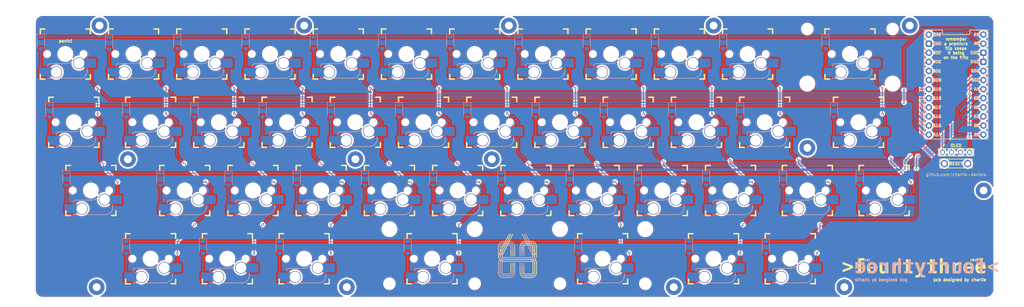
<source format=kicad_pcb>
(kicad_pcb (version 20240108) (generator "pcbnew") (generator_version "8.0")
  (layers (0 "F.Cu" signal) (31 "B.Cu" signal) (34 "B.Paste" user) (35 "F.Paste" user) (36 "B.SilkS" user "B.Silkscreen") (37 "F.SilkS" user "F.Silkscreen") (38 "B.Mask" user) (39 "F.Mask" user) (44 "Edge.Cuts" user))
  (net 0 "")
  (net 1 "Net-(D1-A)")
  (net 2 "Net-(D2-A)")
  (net 3 "Net-(D3-A)")
  (net 4 "Net-(D4-A)")
  (net 5 "Net-(D5-A)")
  (net 6 "Net-(D6-A)")
  (net 7 "Net-(D7-A)")
  (net 8 "Net-(D8-A)")
  (net 9 "Net-(D9-A)")
  (net 10 "Net-(D10-A)")
  (net 11 "Net-(D11-A)")
  (net 12 "Net-(D12-A)")
  (net 13 "Net-(D13-A)")
  (net 14 "Net-(D14-A)")
  (net 15 "Net-(D15-A)")
  (net 16 "Net-(D16-A)")
  (net 17 "Net-(D17-A)")
  (net 18 "Net-(D18-A)")
  (net 19 "Net-(D19-A)")
  (net 20 "Net-(D20-A)")
  (net 21 "Net-(D21-A)")
  (net 22 "Net-(D22-A)")
  (net 23 "Net-(D23-A)")
  (net 24 "Net-(D24-A)")
  (net 25 "Net-(D25-A)")
  (net 26 "Net-(D26-A)")
  (net 27 "Net-(D27-A)")
  (net 28 "Net-(D28-A)")
  (net 29 "Net-(D29-A)")
  (net 30 "Net-(D30-A)")
  (net 31 "Net-(D31-A)")
  (net 32 "Net-(D32-A)")
  (net 33 "Net-(D33-A)")
  (net 34 "Net-(D34-A)")
  (net 35 "Net-(D35-A)")
  (net 36 "Net-(D36-A)")
  (net 37 "Net-(D37-A)")
  (net 38 "Net-(D38-A)")
  (net 39 "Net-(D39-A)")
  (net 40 "Net-(D40-A)")
  (net 41 "Net-(D41-A)")
  (net 42 "Net-(D42-A)")
  (net 43 "Net-(D43-A)")
  (net 44 "ROW4")
  (net 45 "ROW1")
  (net 46 "ROW2")
  (net 47 "ROW3")
  (net 48 "COL1")
  (net 49 "COL2")
  (net 50 "COL3")
  (net 51 "COL4")
  (net 52 "COL5")
  (net 53 "COL6")
  (net 54 "COL7")
  (net 55 "COL8")
  (net 56 "COL9")
  (net 57 "COL10")
  (net 58 "COL11")
  (net 59 "SDA")
  (net 60 "+5V")
  (net 61 "GND")
  (net 62 "SCL")
  (net 63 "RESET")
  (net 64 "COL12")
  (net 65 "unconnected-(U1-B0-Pad13)")
  (footprint "MountingHole:MountingHole_2.2mm_M2_Pad" (layer "F.Cu") (at 232.56875 99.21875)
    (property "Reference" "REF**" (hide yes))
    (property "Value" "MountingHole_2.2mm_M2_Pad")
  )
  (footprint "logos:43logo" (layer "F.Cu") (at 151.86025 134.46125)
    (property "Reference" "REF**" (hide yes))
    (property "Value" "43logo" (hide yes))
  )
  (footprint "PCM_marbastlib-mx:STAB_MX_2.25u" (layer "F.Cu") (at 175.40125 130.17 180)
    (property "Reference" "S3" (hide yes))
    (property "Value" "MX_stab")
  )
  (footprint "PCM_marbastlib-mx:STAB_MX_2u" (layer "F.Cu") (at 244.4575 73.025)
    (property "Reference" "S2" (hide yes))
    (property "Value" "MX_stab")
  )
  (footprint "MountingHole:MountingHole_2.2mm_M2_Pad" (layer "F.Cu") (at 144.4625 102.39375)
    (property "Reference" "REF**" (hide yes))
    (property "Value" "MountingHole_2.2mm_M2_Pad")
  )
  (footprint "MountingHole:MountingHole_2.2mm_M2_Pad" (layer "F.Cu") (at 92.075 65.0875)
    (property "Reference" "REF**" (hide yes))
    (property "Value" "MountingHole_2.2mm_M2_Pad")
  )
  (footprint "MountingHole:MountingHole_2.2mm_M2_Pad" (layer "F.Cu") (at 281.78125 111.125)
    (property "Reference" "REF**" (hide yes))
    (property "Value" "MountingHole_2.2mm_M2_Pad")
  )
  (footprint "MountingHole:MountingHole_2.2mm_M2_Pad" (layer "F.Cu") (at 42.8625 102.39375)
    (property "Reference" "REF**" (hide yes))
    (property "Value" "MountingHole_2.2mm_M2_Pad")
  )
  (footprint "MountingHole:MountingHole_2.2mm_M2_Pad" (layer "F.Cu") (at 106.3625 102.39375)
    (property "Reference" "REF**" (hide yes))
    (property "Value" "MountingHole_2.2mm_M2_Pad")
  )
  (footprint "PCM_marbastlib-mx:STAB_MX_2.75u" (layer "F.Cu") (at 127.77625 130.17 180)
    (property "Reference" "S1" (hide yes))
    (property "Value" "MX_stab")
  )
  (footprint "MountingHole:MountingHole_2.2mm_M2_Pad" (layer "F.Cu") (at 195.2625 138.1125)
    (property "Reference" "REF**" (hide yes))
    (property "Value" "MountingHole_2.2mm_M2_Pad")
  )
  (footprint "MountingHole:MountingHole_2.2mm_M2_Pad" (layer "F.Cu") (at 261.14375 65.0875)
    (property "Reference" "REF**" (hide yes))
    (property "Value" "MountingHole_2.2mm_M2_Pad")
  )
  (footprint "MountingHole:MountingHole_2.2mm_M2_Pad" (layer "F.Cu") (at 242.8875 138.1125)
    (property "Reference" "REF**" (hide yes))
    (property "Value" "MountingHole_2.2mm_M2_Pad")
  )
  (footprint "MountingHole:MountingHole_2.2mm_M2_Pad" (layer "F.Cu") (at 206.375 65.0875)
    (property "Reference" "REF**" (hide yes))
    (property "Value" "MountingHole_2.2mm_M2_Pad")
  )
  (footprint "MountingHole:MountingHole_2.2mm_M2_Pad" (layer "F.Cu") (at 34.925 65.0875)
    (property "Reference" "REF**" (hide yes))
    (property "Value" "MountingHole_2.2mm_M2_Pad")
  )
  (footprint "kbd:OLED" (layer "F.Cu") (at 274.08125 100.455)
    (property "Reference" "OL1")
    (property "Value" "OLED" (hide yes))
  )
  (footprint "MountingHole:MountingHole_2.2mm_M2_Pad" (layer "F.Cu") (at 103.98125 138.1125)
    (property "Reference" "REF**" (hide yes))
    (property "Value" "MountingHole_2.2mm_M2_Pad")
  )
  (footprint "MountingHole:MountingHole_2.2mm_M2_Pad" (layer "F.Cu") (at 149.225 65.0875)
    (property "Reference" "REF**" (hide yes))
    (property "Value" "MountingHole_2.2mm_M2_Pad")
  )
  (footprint "MountingHole:MountingHole_2.2mm_M2_Pad" (layer "F.Cu") (at 34.13125 138.1125)
    (property "Reference" "REF**" (hide yes))
    (property "Value" "MountingHole_2.2mm_M2_Pad")
  )
  (footprint "kbd:ResetSW" (layer "F.Cu") (at 274.08125 103.63 180)
    (property "Reference" "RSW1" (hide yes))
    (property "Value" "SW_PUSH")
  )
  (footprint "PCM_marbastlib-mx:SW_MX_HS_CPG151101S11_1u" (layer "B.Cu") (at 77.77 111.125)
    (property "Reference" "MX27" (hide yes))
    (property "Value" "MX_SW_solder")
  )
  (footprint "PCM_marbastlib-mx:SW_MX_HS_CPG151101S11_1.25u" (layer "B.Cu") (at 70.62625 130.175)
    (property "Reference" "MX38" (hide yes))
    (property "Value" "MX_SW_solder")
  )
  (footprint "Diode_SMD:D_SOD-123" (layer "B.Cu") (at 51.89375 107.95 -90)
    (property "Reference" "D26" (hide yes))
    (property "Value" "D_Small")
  )
  (footprint "PCM_marbastlib-mx:SW_MX_HS_CPG151101S11_1.25u" (layer "B.Cu") (at 227.78875 130.175)
    (property "Reference" "MX43" (hide yes))
    (property "Value" "MX_SW_solder")
  )
  (footprint "PCM_marbastlib-mx:SW_MX_HS_CPG151101S11_1u" (layer "B.Cu") (at 44.4325 73.025)
    (property "Reference" "MX2" (hide yes))
    (property "Value" "MX_SW_solder")
  )
  (footprint "PCM_marbastlib-mx:SW_MX_HS_CPG151101S11_1u" (layer "B.Cu") (at 58.72 111.125)
    (property "Reference" "MX26" (hide yes))
    (property "Value" "MX_SW_solder")
  )
  (footprint "Diode_SMD:D_SOD-123" (layer "B.Cu") (at 166.19375 107.95 -90)
    (property "Reference" "D32" (hide yes))
    (property "Value" "D_Small")
  )
  (footprint "PCM_marbastlib-mx:SW_MX_HS_CPG151101S11_1u" (layer "B.Cu") (at 139.6825 73.025)
    (property "Reference" "MX7" (hide yes))
    (property "Value" "MX_SW_solder")
  )
  (footprint "PCM_marbastlib-mx:SW_MX_HS_CPG151101S11_1u" (layer "B.Cu") (at 244.4575 73.025)
    (property "Reference" "MX12" (hide yes))
    (property "Value" "MX_SW_solder")
  )
  (footprint "PCM_marbastlib-mx:SW_MX_HS_CPG151101S11_1u" (layer "B.Cu") (at 253.9825 111.125)
    (property "Reference" "MX36" (hide yes))
    (property "Value" "MX_SW_solder")
  )
  (footprint "Diode_SMD:D_SOD-123" (layer "B.Cu") (at 56.65625 69.85 -90)
    (property "Reference" "D3" (hide yes))
    (property "Value" "D_Small")
  )
  (footprint "Diode_SMD:D_SOD-123" (layer "B.Cu") (at 190.00625 69.85 -90)
    (property "Reference" "D10" (hide yes))
    (property "Value" "D_Small")
  )
  (footprint "PCM_marbastlib-mx:SW_MX_HS_CPG151101S11_1.75u" (layer "B.Cu") (at 32.52625 111.125)
    (property "Reference" "MX25" (hide yes))
    (property "Value" "MX_SW_solder")
  )
  (footprint "PCM_marbastlib-mx:SW_MX_HS_CPG151101S11_1u" (layer "B.Cu") (at 201.595 92.075)
    (property "Reference" "MX22" (hide yes))
    (property "Value" "MX_SW_solder")
  )
  (footprint "Diode_SMD:D_SOD-123" (layer "B.Cu") (at 61.41875 88.9 -90)
    (property "Reference" "D15" (hide yes))
    (property "Value" "D_Small")
  )
  (footprint "PCM_marbastlib-mx:SW_MX_HS_CPG151101S11_1u" (layer "B.Cu") (at 87.295 92.075)
    (property "Reference" "MX16" (hide yes))
    (property "Value" "MX_SW_solder")
  )
  (footprint "PCM_marbastlib-mx:SW_MX_HS_CPG151101S11_1.25u" (layer "B.Cu") (at 232.55125 111.125)
    (property "Reference" "MX35" (hide yes))
    (property "Value" "MX_SW_solder")
  )
  (footprint "PCM_marbastlib-mx:SW_MX_HS_CPG151101S11_1u" (layer "B.Cu") (at 158.7325 73.025)
    (property "Reference" "MX8" (hide yes))
    (property "Value" "MX_SW_solder")
  )
  (footprint "logos:43logo" (layer "B.Cu") (at 151.35225 134.46125 180)
    (property "Reference" "REF**" (hide yes))
    (property "Value" "43logo" (hide yes))
  )
  (footprint "Diode_SMD:D_SOD-123" (layer "B.Cu") (at 128.09375 107.95 -90)
    (property "Reference" "D30" (hide yes))
    (property "Value" "D_Small")
  )
  (footprint "PCM_marbastlib-mx:SW_MX_HS_CPG151101S11_1u" (layer "B.Cu") (at 192.07 111.125)
    (property "Reference" "MX33" (hide yes))
    (property "Value" "MX_SW_solder")
  )
  (footprint "Diode_SMD:D_SOD-123" (layer "B.Cu") (at 18.55625 69.85 -90)
    (property "Reference" "D1" (hide yes))
    (property "Value" "D_Small")
  )
  (footprint "PCM_marbastlib-mx:SW_MX_HS_CPG151101S11_1u" (layer "B.Cu") (at 106.345 92.075)
    (property "Reference" "MX17" (hide yes))
    (property "Value" "MX_SW_solder")
  )
  (footprint "Diode_SMD:D_SOD-123" (layer "B.Cu") (at 199.53125 127 -90)
    (property "Reference" "D42" (hide yes))
    (property "Value" "D_Small")
  )
  (footprint "Diode_SMD:D_SOD-123" (layer "B.Cu") (at 168.575 126.9375 -90)
    (property "Reference" "D41" (hide yes))
    (property "Value" "D_Small")
  )
  (footprint "PCM_marbastlib-mx:SW_MX_HS_CPG151101S11_1u" (layer "B.Cu") (at 153.97 111.125)
    (property "Reference" "MX31" (hide yes))
    (property "Value" "MX_SW_solder")
  )
  (footprint "PCM_marbastlib-mx:SW_MX_HS_CPG151101S11_1u" (layer "B.Cu") (at 134.92 111.125)
    (property "Reference" "MX30" (hide yes))
    (property "Value" "MX_SW_solder")
  )
  (footprint "Diode_SMD:D_SOD-123" (layer "B.Cu") (at 20.9375 88.9 -90)
    (property "Reference" "D13" (hide yes))
    (property "Value" "D_Small")
  )
  (footprint "Diode_SMD:D_SOD-123" (layer "B.Cu") (at 170.95625 69.85 -90)
    (property "Reference" "D9" (hide yes))
    (property "Value" "D_Small")
  )
  (footprint "PCM_marbastlib-mx:SW_MX_HS_CPG151101S11_1u" (layer "B.Cu") (at 101.5825 73.025)
    (property "Reference" "MX5" (hide yes))
    (property "Value" "MX_SW_solder")
  )
  (footprint "PCM_marbastlib-mx:SW_MX_HS_CPG151101S11_1u" (layer "B.Cu") (at 220.645 92.075)
    (property "Reference" "MX23" (hide yes))
    (property "Value" "MX_SW_solder")
  )
  (footprint "Diode_SMD:D_SOD-123" (layer "B.Cu") (at 70.94375 107.95 -90)
    (property "Reference" "D27" (hide yes))
    (property "Value" "D_Small")
  )
  (footprint "PCM_marbastlib-mx:SW_MX_HS_CPG151101S11_1u" (layer "B.Cu") (at 211.12 111.125)
    (property "Reference" "MX34" (hide yes))
    (property "Value" "MX_SW_solder")
  )
  (footprint "Diode_SMD:D_SOD-123" (layer "B.Cu") (at 213.81875 88.9 -90)
    (property "Reference" "D23" (hide yes))
    (property "Value" "D_Small")
  )
  (footprint "PCM_marbastlib-mx:SW_MX_HS_CPG151101S11_1u" (layer "B.Cu") (at 96.82 111.125)
    (property "Reference" "MX28" (hide yes))
    (property "Value" "MX_SW_solder")
  )
  (footprint "Diode_SMD:D_SOD-123" (layer "B.Cu") (at 225.725 107.95 -90)
    (property "Reference" "D35" (hide yes))
    (property "Value" "D_Small")
  )
  (footprint "Diode_SMD:D_SOD-123" (layer "B.Cu") (at 118.56875 88.9 -90)
    (property "Reference" "D18" (hide yes))
    (property "Value" "D_Small")
  )
  (footprint "Diode_SMD:D_SOD-123" (layer "B.Cu") (at 94.75625 69.85 -90)
    (property "Reference" "D5" (hide yes))
    (property "Value" "D_Small")
  )
  (footprint "PCM_marbastlib-mx:SW_MX_HS_CPG151101S11_1u" (layer "B.Cu") (at 49.195 130.175)
    (property "Reference" "MX37" (hide yes))
    (property "Value" "MX_SW_solder")
  )
  (footprint "PCM_marbastlib-mx:SW_MX_HS_CPG151101S11_1u" (layer "B.Cu") (at 92.0575 130.175)
    (property "Reference" "MX39" (hide yes))
    (property "Value" "MX_SW_solder")
  )
  (footprint "Diode_SMD:D_SOD-123" (layer "B.Cu") (at 156.66875 88.9 -90)
    (property "Reference" "D20" (hide yes))
    (property "Value" "D_Small")
  )
  (footprint "Diode_SMD:D_SOD-123" (layer "B.Cu") (at 194.76875 88.9 -90)
    (property "Reference" "D22" (hide yes))
    (property "Value" "D_Small")
  )
  (footprint "PCM_marbastlib-mx:SW_MX_HS_CPG151101S11_1u" (layer "B.Cu") (at 173.02 111.125)
    (property "Reference" "MX32" (hide yes))
    (property "Value" "MX_SW_solder")
  )
  (footprint "Diode_SMD:D_SOD-123" (layer "B.Cu") (at 151.90625 69.9125 -90)
    (property "Reference" "D8" (hide yes))
    (property "Value" "D_Small")
  )
  (footprint "PCM_marbastlib-mx:SW_MX_HS_CPG151101S11_1u" (layer "B.Cu") (at 163.495 92.075)
    (property "Reference" "MX20" (hide yes))
    (property "Value" "MX_SW_solder")
  )
  (footprint "PCM_marbastlib-mx:SW_MX_HS_CPG151101S11_1.75u" (layer "B.Cu") (at 246.83875 92.075)
    (property "Reference" "MX24" (hide yes))
    (property "Value" "MX_SW_solder")
  )
  (footprint "PCM_marbastlib-mx:SW_MX_HS_CPG151101S11_1u" (layer "B.Cu") (at 115.87 111.125)
    (property "Reference" "MX29" (hide yes))
    (property "Value" "MX_SW_solder")
  )
  (footprint "Diode_SMD:D_SOD-123" (layer "B.Cu") (at 80.46875 88.9 -90)
    (property "Reference" "D16" (hide yes))
    (property "Value" "D_Small")
  )
  (footprint "PCM_marbastlib-mx:SW_MX_HS_CPG151101S11_1u" (layer "B.Cu") (at 196.8325 73.025)
    (property "Reference" "MX10" (hide yes))
    (property "Value" "MX_SW_solder")
  )
  (footprint "PCM_marbastlib-mx:SW_MX_HS_CPG151101S11_1u" (layer "B.Cu") (at 215.8825 73.025)
    (property "Reference" "MX11" (hide yes))
    (property "Value" "MX_SW_solder")
  )
  (footprint "PCM_marbastlib-mx:SW_MX_HS_CPG151101S11_1.25u" (layer "B.Cu") (at 27.76375 92.075)
    (property "Reference" "MX13" (hide yes))
    (property "Value" "MX_SW_solder")
  )
  (footprint "PCM_marbastlib-mx:SW_MX_HS_CPG151101S11_1u" (layer "B.Cu") (at 63.4825 73.025)
    (property "Reference" "MX3" (hide yes))
    (property "Value" "MX_SW_solder")
  )
  (footprint "PCM_marbastlib-xp-promicroish:ProMicro_USBup" (layer "B.Cu") (at 274.08125 81.56375 180)
    (property "Reference" "U1" (hide yes))
    (property "Value" "ProMicro" (hide yes))
  )
  (footprint "PCM_marbastlib-mx:SW_MX_HS_CPG151101S11_1u" (layer "B.Cu") (at 206.3575 130.175)
    (property "Reference" "MX42" (hide yes))
    (property "Value" "MX_SW_solder")
  )
  (footprint "Diode_SMD:D_SOD-123" (layer "B.Cu") (at 25.7 107.95 -90)
    (property "Reference" "D25" (hide yes))
    (property "Value" "D_Small")
  )
  (footprint "Diode_SMD:D_SOD-123" (layer "B.Cu") (at 42.36875 127 -90)
    (property "Reference" "D37" (hide yes))
    (property "Value" "D_Small")
  )
  (footprint "PCM_marbastlib-mx:SW_MX_HS_CPG151101S11_1u" (layer "B.Cu") (at 82.5325 73.025)
    (property "Reference" "MX4" (hide yes))
    (property "Value" "MX_SW_solder")
  )
  (footprint "Diode_SMD:D_SOD-123" (layer "B.Cu") (at 247.15625 107.95 -90)
    (property "Reference" "D36" (hide yes))
    (property "Value" "D_Small")
  )
  (footprint "Diode_SMD:D_SOD-123" (layer "B.Cu") (at 147.14375 107.95 -90)
    (property "Reference" "D31" (hide yes))
    (property "Value" "D_Small")
  )
  (footprint "Diode_SMD:D_SOD-123" (layer "B.Cu") (at 75.70625 69.85 -90)
    (property "Reference" "D4" (hide yes))
    (property "Value" "D_Small")
  )
  (footprint "Diode_SMD:D_SOD-123" (layer "B.Cu") (at 99.51875 88.9 -90)
    (property "Reference" "D17" (hide yes))
    (property "Value" "D_Small")
  )
  (footprint "Diode_SMD:D_SOD-123" (layer "B.Cu") (at 209.05625 69.85 -90)
    (property "Reference" "D11" (hide yes))
    (property "Value" "D_Small")
  )
  (footprint "PCM_marbastlib-mx:SW_MX_HS_CPG151101S11_1u" (layer "B.Cu") (at 144.445 92.075)
    (property "Reference" "MX19" (hide yes))
    (property "Value" "MX_SW_solder")
  )
  (footprint "Diode_SMD:D_SOD-123" (layer "B.Cu") (at 37.60625 69.975 -90)
    (property "Reference" "D2" (hide yes))
    (property "Value" "D_Small")
  )
  (footprint "Diode_SMD:D_SOD-123" (layer "B.Cu") (at 220.9625 127 -90)
    (property "Reference" "D43" (hide yes))
    (property "Value" "D_Small")
  )
  (footprint "PCM_marbastlib-mx:SW_MX_HS_CPG151101S11_1u" (layer "B.Cu") (at 120.6325 73.025)
    (property "Reference" "MX6" (hide yes))
    (property "Value" "MX_SW_solder")
  )
  (footprint "PCM_marbastlib-mx:SW_MX_HS_CPG151101S11_1u" (layer "B.Cu") (at 25.3825 73.025)
    (property "Reference" "MX1" (hide yes))
    (property "Value" "MX_SW_solder")
  )
  (footprint "Diode_SMD:D_SOD-123" (layer "B.Cu") (at 42.36875 88.9 -90)
    (property "Reference" "D14" (hide yes))
    (property "Value" "D_Small")
  )
  (footprint "Diode_SMD:D_SOD-123" (layer "B.Cu") (at 63.8 127 -90)
    (property "Reference" "D38" (hide yes))
    (property "Value" "D_Small")
  )
  (footprint "PCM_marbastlib-mx:SW_MX_HS_CPG151101S11_1u" (layer "B.Cu") (at 127.77625 130.175)
    (property "Reference" "MX40" (hide yes))
    (property "Value" "MX_SW_solder")
  )
  (footprint "Diode_SMD:D_SOD-123" (layer "B.Cu") (at 237.63125 69.85 -90)
    (property "Reference" "D12" (hide yes))
    (property "Value" "D_Small")
  )
  (footprint "PCM_marbastlib-mx:SW_MX_HS_CPG151101S11_1u" (layer "B.Cu") (at 125.395 92.075)
    (property "Reference" "MX18" (hide yes))
    (property "Value" "MX_SW_solder")
  )
  (footprint "Diode_SMD:D_SOD-123" (layer "B.Cu") (at 109.04375 107.95 -90)
    (property "Reference" "D29" (hide yes))
    (property "Value" "D_Small")
  )
  (footprint "Diode_SMD:D_SOD-123" (layer "B.Cu") (at 240.0125 88.9 -90)
    (property "Reference" "D24" (hide yes))
    (property "Value" "D_Small")
  )
  (footprint "PCM_marbastlib-mx:SW_MX_HS_CPG151101S11_1u" (layer "B.Cu") (at 49.195 92.075)
    (property "Reference" "MX14" (hide yes))
    (property "Value" "MX_SW_solder")
  )
  (footprint "Diode_SMD:D_SOD-123" (layer "B.Cu") (at 85.23125 127 -90)
    (property "Reference" "D39" (hide yes))
    (property "Value" "D_Small")
  )
  (footprint "Diode_SMD:D_SOD-123" (layer "B.Cu") (at 175.71875 88.9 -90)
    (property "Reference" "D21" (hide yes))
    (property "Value" "D_Small")
  )
  (footprint "PCM_marbastlib-mx:SW_MX_HS_CPG151101S11_1u" (layer "B.Cu") (at 182.545 92.075)
    (property "Reference" "MX21" (hide yes))
    (property "Value" "MX_SW_solder")
  )
  (footprint "Diode_SMD:D_SOD-123" (layer "B.Cu") (at 113.80625 69.85 -90)
    (property "Reference" "D6" (hide yes))
    (property "Value" "D_Small")
  )
  (footprint "Diode_SMD:D_SOD-123" (layer "B.Cu") (at 137.61875 88.9 -90)
    (property "Reference" "D19" (hide yes))
    (property "Value" "D_Small")
  )
  (footprint "PCM_marbastlib-mx:SW_MX_HS_CPG151101S11_1u" (layer "B.Cu") (at 177.7825 73.025)
    (property "Reference" "MX9" (hide yes))
    (property "Value" "MX_SW_solder")
  )
  (footprint "PCM_marbastlib-mx:SW_MX_HS_CPG151101S11_1u" (layer "B.Cu") (at 68.245 92.075)
    (property "Reference" "MX15" (hide yes))
    (property "Value" "MX_SW_solder")
  )
  (footprint "Diode_SMD:D_SOD-123" (layer "B.Cu") (at 120.95 127 -90)
    (property "Reference" "D40" (hide yes))
    (property "Value" "D_Small")
  )
  (footprint "PCM_marbastlib-mx:SW_MX_HS_CPG151101S11_1u" (layer "B.Cu") (at 175.40125 130.17)
    (property "Reference" "MX41" (hide yes))
    (property "Value" "MX_SW_solder")
  )
  (footprint "Diode_SMD:D_SOD-123" (layer "B.Cu") (at 204.29375 107.95 -90)
    (property "Reference" "D34" (hide yes))
    (property "Value" "D_Small")
  )
  (footprint "Diode_SMD:D_SOD-123" (layer "B.Cu") (at 89.99375 107.95 -90)
    (property "Reference" "D28" (hide yes))
    (property "Value" "D_Small")
  )
  (footprint "Diode_SMD:D_SOD-123" (layer "B.Cu") (at 185.24375 107.95 -90)
    (property "Reference" "D33" (hide yes))
    (property "Value" "D_Small")
  )
  (footprint "Diode_SMD:D_SOD-123" (layer "B.Cu") (at 132.85625 69.85 -90)
    (property "Reference" "D7" (hide yes))
    (property "Value" "D_Small")
  )
  (gr_arc (start 19.05 141.2875) (mid 17.366202 140.590048) (end 16.66875 138.90625) (stroke (width 0.05)) (layer "Edge.Cuts"))
  (gr_line (start 19.05 61.9125) (end 282.575 61.9125) (stroke (width 0.05)) (layer "Edge.Cuts"))
  (gr_line (start 284.95625 64.29375) (end 284.95812 138.809952) (stroke (width 0.05)) (layer "Edge.Cuts"))
  (gr_arc (start 284.95812 138.809952) (mid 284.265637 140.528782) (end 282.575 141.287499) (stroke (width 0.05)) (layer "Edge.Cuts"))
  (gr_line (start 282.575 141.2875) (end 19.05 141.2875) (stroke (width 0.05)) (layer "Edge.Cuts"))
  (gr_arc (start 282.575 61.9125) (mid 284.258798 62.609952) (end 284.95625 64.29375) (stroke (width 0.05)) (layer "Edge.Cuts"))
  (gr_arc (start 16.66875 64.29375) (mid 17.366202 62.609952) (end 19.05 61.9125) (stroke (width 0.05)) (layer "Edge.Cuts"))
  (gr_line (start 16.66875 64.29375) (end 16.66875 138.90625) (stroke (width 0.05)) (layer "Edge.Cuts"))
  (gr_text "pcb designed by charlie" (at 245.668928 136.525 -0) (layer "B.SilkS") (effects (font (size 0.8 0.8) (thickness 0.2) (bold yes)) (justify right bottom mirror)))
  (gr_text ">fourtythree" (at 245.668928 134.9375 -0) (layer "B.SilkS") (effects (font (size 4 4) (thickness 0.4) (bold yes)) (justify right bottom mirror)))
  (gr_text "rev. 2" (at 246.462678 130.96875 -0) (layer "B.SilkS") (effects (font (size 0.8 0.8) (thickness 0.2) (bold yes)) (justify right bottom mirror)))
  (gr_text "remember\na promicro\nflip keeps\nit being\non the fritz" (at 274.05 71.4375 0) (layer "F.SilkS") (effects (font (size 0.8 0.8) (thickness 0.2) (bold yes))))
  (gr_text "rev. 2" (at 281.78125 130.96875 0) (layer "F.SilkS") (effects (font (size 0.8 0.8) (thickness 0.2) (bold yes)) (justify right bottom)))
  (gr_text ">fourtythree" (at 282.575 134.9375 0) (layer "F.SilkS") (effects (font (size 4 4) (thickness 0.4) (bold yes)) (justify right bottom)))
  (gr_text "pcb designed by charlie" (at 282.575 136.525 0) (layer "F.SilkS") (effects (font (size 0.8 0.8) (thickness 0.2) (bold yes)) (justify right bottom)))
  (gr_text "panic!" (at 25.4 69.85 0) (layer "F.SilkS") (effects (font (size 0.8 0.8) (thickness 0.2) (bold yes)) (justify bottom)))
  (gr_text "github.com/charlie-daniels" (at 282.575 107.15625 0) (layer "F.SilkS") (effects (font (size 0.8 0.8) (thickness 0.1)) (justify right bottom)))
  (segment (start 18.55625 77.143354) (end 18.55625 71.5) (width 0.2) (layer "B.Cu") (net 1))
  (segment (start 18.715629 77.528129) (end 19.2925 78.105) (width 0.2) (layer "B.Cu") (net 1))
  (arc (start 18.55625 77.143354) (mid 18.597671 77.351592) (end 18.715629 77.528129) (width 0.2) (layer "B.Cu") (net 1))
  (segment (start 37.765629 77.528129) (end 38.3425 78.105) (width 0.2) (layer "B.Cu") (net 2))
  (segment (start 37.60625 77.143354) (end 37.60625 71.625) (width 0.2) (layer "B.Cu") (net 2))
  (arc (start 37.60625 77.143354) (mid 37.647671 77.351592) (end 37.765629 77.528129) (width 0.2) (layer "B.Cu") (net 2))
  (segment (start 56.815629 77.528129) (end 57.3925 78.105) (width 0.2) (layer "B.Cu") (net 3))
  (segment (start 56.65625 77.143354) (end 56.65625 71.5) (width 0.2) (layer "B.Cu") (net 3))
  (arc (start 56.65625 77.143354) (mid 56.697671 77.351592) (end 56.815629 77.528129) (width 0.2) (layer "B.Cu") (net 3))
  (segment (start 75.70625 77.143354) (end 75.70625 71.5) (width 0.2) (layer "B.Cu") (net 4))
  (segment (start 75.865629 77.528129) (end 76.4425 78.105) (width 0.2) (layer "B.Cu") (net 4))
  (arc (start 75.70625 77.143354) (mid 75.747671 77.351592) (end 75.865629 77.528129) (width 0.2) (layer "B.Cu") (net 4))
  (segment (start 94.75625 77.143354) (end 94.75625 71.5) (width 0.2) (layer "B.Cu") (net 5))
  (segment (start 94.915629 77.528129) (end 95.4925 78.105) (width 0.2) (layer "B.Cu") (net 5))
  (arc (start 94.75625 77.143354) (mid 94.797671 77.351592) (end 94.915629 77.528129) (width 0.2) (layer "B.Cu") (net 5))
  (segment (start 113.80625 77.143354) (end 113.80625 71.5) (width 0.2) (layer "B.Cu") (net 6))
  (segment (start 113.965629 77.528129) (end 114.5425 78.105) (width 0.2) (layer "B.Cu") (net 6))
  (arc (start 113.80625 77.143354) (mid 113.847671 77.351592) (end 113.965629 77.528129) (width 0.2) (layer "B.Cu") (net 6))
  (segment (start 133.015629 77.528129) (end 133.5925 78.105) (width 0.2) (layer "B.Cu") (net 7))
  (segment (start 132.85625 77.143354) (end 132.85625 71.5) (width 0.2) (layer "B.Cu") (net 7))
  (arc (start 132.85625 77.143354) (mid 132.897671 77.351592) (end 133.015629 77.528129) (width 0.2) (layer "B.Cu") (net 7))
  (segment (start 152.065629 77.528129) (end 152.6425 78.105) (width 0.2) (layer "B.Cu") (net 8))
  (segment (start 151.90625 77.143354) (end 151.90625 71.5625) (width 0.2) (layer "B.Cu") (net 8))
  (arc (start 151.90625 77.143354) (mid 151.947671 77.351592) (end 152.065629 77.528129) (width 0.2) (layer "B.Cu") (net 8))
  (segment (start 170.95625 77.143354) (end 170.95625 71.5) (width 0.2) (layer "B.Cu") (net 9))
  (segment (start 171.115629 77.528129) (end 171.6925 78.105) (width 0.2) (layer "B.Cu") (net 9))
  (arc (start 170.95625 77.143354) (mid 170.997671 77.351592) (end 171.115629 77.528129) (width 0.2) (layer "B.Cu") (net 9))
  (segment (start 190.165629 77.528129) (end 190.7425 78.105) (width 0.2) (layer "B.Cu") (net 10))
  (segment (start 190.00625 77.143354) (end 190.00625 71.5) (width 0.2) (layer "B.Cu") (net 10))
  (arc (start 190.00625 77.143354) (mid 190.047671 77.351592) (end 190.165629 77.528129) (width 0.2) (layer "B.Cu") (net 10))
  (segment (start 209.215629 77.528129) (end 209.7925 78.105) (width 0.2) (layer "B.Cu") (net 11))
  (segment (start 209.05625 77.143354) (end 209.05625 71.5) (width 0.2) (layer "B.Cu") (net 11))
  (arc (start 209.05625 77.143354) (mid 209.097671 77.351592) (end 209.215629 77.528129) (width 0.2) (layer "B.Cu") (net 11))
  (segment (start 237.790629 77.528129) (end 238.3675 78.105) (width 0.2) (layer "B.Cu") (net 12))
  (segment (start 237.63125 77.143354) (end 237.63125 71.5) (width 0.2) (layer "B.Cu") (net 12))
  (arc (start 237.63125 77.143354) (mid 237.672671 77.351592) (end 237.790629 77.528129) (width 0.2) (layer "B.Cu") (net 12))
  (segment (start 20.9375 96.193354) (end 20.9375 90.55) (width 0.2) (layer "B.Cu") (net 13))
  (segment (start 21.096879 96.578129) (end 21.67375 97.155) (width 0.2) (layer "B.Cu") (net 13))
  (arc (start 20.9375 96.193354) (mid 20.978921 96.401592) (end 21.096879 96.578129) (width 0.2) (layer "B.Cu") (net 13))
  (segment (start 42.528129 96.578129) (end 43.105 97.155) (width 0.2) (layer "B.Cu") (net 14))
  (segment (start 42.36875 96.193354) (end 42.36875 90.55) (width 0.2) (layer "B.Cu") (net 14))
  (arc (start 42.36875 96.193354) (mid 42.410171 96.401592) (end 42.528129 96.578129) (width 0.2) (layer "B.Cu") (net 14))
  (segment (start 61.578129 96.578129) (end 62.155 97.155) (width 0.2) (layer "B.Cu") (net 15))
  (segment (start 61.41875 96.193354) (end 61.41875 90.55) (width 0.2) (layer "B.Cu") (net 15))
  (arc (start 61.41875 96.193354) (mid 61.460171 96.401592) (end 61.578129 96.578129) (width 0.2) (layer "B.Cu") (net 15))
  (segment (start 80.628129 96.578129) (end 81.205 97.155) (width 0.2) (layer "B.Cu") (net 16))
  (segment (start 80.46875 96.193354) (end 80.46875 90.55) (width 0.2) (layer "B.Cu") (net 16))
  (arc (start 80.46875 96.193354) (mid 80.510171 96.401592) (end 80.628129 96.578129) (width 0.2) (layer "B.Cu") (net 16))
  (segment (start 99.678129 96.578129) (end 100.255 97.155) (width 0.2) (layer "B.Cu") (net 17))
  (segment (start 99.51875 96.193354) (end 99.51875 90.55) (width 0.2) (layer "B.Cu") (net 17))
  (arc (start 99.51875 96.193354) (mid 99.560171 96.401592) (end 99.678129 96.578129) (width 0.2) (layer "B.Cu") (net 17))
  (segment (start 118.728129 96.578129) (end 119.305 97.155) (width 0.2) (layer "B.Cu") (net 18))
  (segment (start 118.56875 96.193354) (end 118.56875 90.55) (width 0.2) (layer "B.Cu") (net 18))
  (arc (start 118.56875 96.193354) (mid 118.610171 96.401592) (end 118.728129 96.578129) (width 0.2) (layer "B.Cu") (net 18))
  (segment (start 137.61875 96.193354) (end 137.61875 90.55) (width 0.2) (layer "B.Cu") (net 19))
  (segment (start 137.778129 96.578129) (end 138.355 97.155) (width 0.2) (layer "B.Cu") (net 19))
  (arc (start 137.61875 96.193354) (mid 137.660171 96.401592) (end 137.778129 96.578129) (width 0.2) (layer "B.Cu") (net 19))
  (segment (start 156.828129 96.578129) (end 157.405 97.155) (width 0.2) (layer "B.Cu") (net 20))
  (segment (start 156.66875 96.193354) (end 156.66875 90.55) (width 0.2) (layer "B.Cu") (net 20))
  (arc (start 156.66875 96.193354) (mid 156.710171 96.401592) (end 156.828129 96.578129) (width 0.2) (layer "B.Cu") (net 20))
  (segment (start 175.878129 96.578129) (end 176.455 97.155) (width 0.2) (layer "B.Cu") (net 21))
  (segment (start 175.71875 96.193354) (end 175.71875 90.55) (width 0.2) (layer "B.Cu") (net 21))
  (arc (start 175.71875 96.193354) (mid 175.760171 96.401592) (end 175.878129 96.578129) (width 0.2) (layer "B.Cu") (net 21))
  (segment (start 194.76875 96.193354) (end 194.76875 90.55) (width 0.2) (layer "B.Cu") (net 22))
  (segment (start 194.928129 96.578129) (end 195.505 97.155) (width 0.2) (layer "B.Cu") (net 22))
  (arc (start 194.76875 96.193354) (mid 194.810171 96.401592) (end 194.928129 96.578129) (width 0.2) (layer "B.Cu") (net 22))
  (segment (start 213.978129 96.578129) (end 214.555 97.155) (width 0.2) (layer "B.Cu") (net 23))
  (segment (start 213.81875 96.193354) (end 213.81875 90.55) (width 0.2) (layer "B.Cu") (net 23))
  (arc (start 213.81875 96.193354) (mid 213.860171 96.401592) (end 213.978129 96.578129) (width 0.2) (layer "B.Cu") (net 23))
  (segment (start 240.171879 96.578129) (end 240.74875 97.155) (width 0.2) (layer "B.Cu") (net 24))
  (segment (start 240.0125 96.193354) (end 240.0125 90.55) (width 0.2) (layer "B.Cu") (net 24))
  (arc (start 240.0125 96.193354) (mid 240.053921 96.401592) (end 240.171879 96.578129) (width 0.2) (layer "B.Cu") (net 24))
  (segment (start 25.7 115.243354) (end 25.7 109.6) (width 0.2) (layer "B.Cu") (net 25))
  (segment (start 25.859379 115.628129) (end 26.43625 116.205) (width 0.2) (layer "B.Cu") (net 25))
  (arc (start 25.7 115.243354) (mid 25.741421 115.451592) (end 25.859379 115.628129) (width 0.2) (layer "B.Cu") (net 25))
  (segment (start 52.053129 115.628129) (end 52.63 116.205) (width 0.2) (layer "B.Cu") (net 26))
  (segment (start 51.89375 115.243354) (end 51.89375 109.6) (width 0.2) (layer "B.Cu") (net 26))
  (arc (start 51.89375 115.243354) (mid 51.935171 115.451592) (end 52.053129 115.628129) (width 0.2) (layer "B.Cu") (net 26))
  (segment (start 71.103129 115.628129) (end 71.68 116.205) (width 0.2) (layer "B.Cu") (net 27))
  (segment (start 70.94375 115.243354) (end 70.94375 109.6) (width 0.2) (layer "B.Cu") (net 27))
  (arc (start 70.94375 115.243354) (mid 70.985171 115.451592) (end 71.103129 115.628129) (width 0.2) (layer "B.Cu") (net 27))
  (segment (start 89.99375 115.243354) (end 89.99375 109.6) (width 0.2) (layer "B.Cu") (net 28))
  (segment (start 90.153129 115.628129) (end 90.73 116.205) (width 0.2) (layer "B.Cu") (net 28))
  (arc (start 89.99375 115.243354) (mid 90.035171 115.451592) (end 90.153129 115.628129) (width 0.2) (layer "B.Cu") (net 28))
  (segment (start 109.203129 115.628129) (end 109.78 116.205) (width 0.2) (layer "B.Cu") (net 29))
  (segment (start 109.04375 115.243354) (end 109.04375 109.6) (width 0.2) (layer "B.Cu") (net 29))
  (arc (start 109.04375 115.243354) (mid 109.085171 115.451592) (end 109.203129 115.628129) (width 0.2) (layer "B.Cu") (net 29))
  (segment (start 128.253129 115.628129) (end 128.83 116.205) (width 0.2) (layer "B.Cu") (net 30))
  (segment (start 128.09375 115.243354) (end 128.09375 109.6) (width 0.2) (layer "B.Cu") (net 30))
  (arc (start 128.09375 115.243354) (mid 128.135171 115.451592) (end 128.253129 115.628129) (width 0.2) (layer "B.Cu") (net 30))
  (segment (start 147.303129 115.628129) (end 147.88 116.205) (width 0.2) (layer "B.Cu") (net 31))
  (segment (start 147.14375 115.243354) (end 147.14375 109.6) (width 0.2) (layer "B.Cu") (net 31))
  (arc (start 147.14375 115.243354) (mid 147.185171 115.451592) (end 147.303129 115.628129) (width 0.2) (layer "B.Cu") (net 31))
  (segment (start 166.19375 115.243354) (end 166.19375 109.6) (width 0.2) (layer "B.Cu") (net 32))
  (segment (start 166.353129 115.628129) (end 166.93 116.205) (width 0.2) (layer "B.Cu") (net 32))
  (arc (start 166.19375 115.243354) (mid 166.235171 115.451592) (end 166.353129 115.628129) (width 0.2) (layer "B.Cu") (net 32))
  (segment (start 185.403129 115.628129) (end 185.98 116.205) (width 0.2) (layer "B.Cu") (net 33))
  (segment (start 185.24375 115.243354) (end 185.24375 109.6) (width 0.2) (layer "B.Cu") (net 33))
  (arc (start 185.24375 115.243354) (mid 185.285171 115.451592) (end 185.403129 115.628129) (width 0.2) (layer "B.Cu") (net 33))
  (segment (start 204.453129 115.628129) (end 205.03 116.205) (width 0.2) (layer "B.Cu") (net 34))
  (segment (start 204.29375 115.243354) (end 204.29375 109.6) (width 0.2) (layer "B.Cu") (net 34))
  (arc (start 204.29375 115.243354) (mid 204.335171 115.451592) (end 204.453129 115.628129) (width 0.2) (layer "B.Cu") (net 34))
  (segment (start 225.884379 115.628129) (end 226.46125 116.205) (width 0.2) (layer "B.Cu") (net 35))
  (segment (start 225.725 115.243354) (end 225.725 109.6) (width 0.2) (layer "B.Cu") (net 35))
  (arc (start 225.725 115.243354) (mid 225.766421 115.451592) (end 225.884379 115.628129) (width 0.2) (layer "B.Cu") (net 35))
  (segment (start 247.315629 115.628129) (end 247.8925 116.205) (width 0.2) (layer "B.Cu") (net 36))
  (segment (start 247.15625 115.243354) (end 247.15625 109.6) (width 0.2) (layer "B.Cu") (net 36))
  (arc (start 247.15625 115.243354) (mid 247.197671 115.451592) (end 247.315629 115.628129) (width 0.2) (layer "B.Cu") (net 36))
  (segment (start 42.36875 134.293354) (end 42.36875 128.65) (width 0.2) (layer "B.Cu") (net 37))
  (segment (start 42.528129 134.678129) (end 43.105 135.255) (width 0.2) (layer "B.Cu") (net 37))
  (arc (start 42.36875 134.293354) (mid 42.410171 134.501592) (end 42.528129 134.678129) (width 0.2) (layer "B.Cu") (net 37))
  (segment (start 63.8 134.293354) (end 63.8 128.65) (width 0.2) (layer "B.Cu") (net 38))
  (segment (start 63.959379 134.678129) (end 64.53625 135.255) (width 0.2) (layer "B.Cu") (net 38))
  (arc (start 63.8 134.293354) (mid 63.841421 134.501592) (end 63.959379 134.678129) (width 0.2) (layer "B.Cu") (net 38))
  (segment (start 85.390629 134.678129) (end 85.9675 135.255) (width 0.2) (layer "B.Cu") (net 39))
  (segment (start 85.23125 134.293354) (end 85.23125 128.65) (width 0.2) (layer "B.Cu") (net 39))
  (arc (start 85.23125 134.293354) (mid 85.272671 134.501592) (end 85.390629 134.678129) (width 0.2) (layer "B.Cu") (net 39))
  (segment (start 120.95 134.293354) (end 120.95 128.65) (width 0.2) (layer "B.Cu") (net 40))
  (segment (start 121.109379 134.678129) (end 121.68625 135.255) (width 0.2) (layer "B.Cu") (net 40))
  (arc (start 120.95 134.293354) (mid 120.991421 134.501592) (end 121.109379 134.678129) (width 0.2) (layer "B.Cu") (net 40))
  (segment (start 168.575 134.288354) (end 168.575 128.5875) (width 0.2) (layer "B.Cu") (net 41))
  (segment (start 168.734379 134.673129) (end 169.31125 135.25) (width 0.2) (layer "B.Cu") (net 41))
  (arc (start 168.575 134.288354) (mid 168.616421 134.496592) (end 168.734379 134.673129) (width 0.2) (layer "B.Cu") (net 41))
  (segment (start 199.53125 134.293354) (end 199.53125 128.65) (width 0.2) (layer "B.Cu") (net 42))
  (segment (start 199.690629 134.678129) (end 200.2675 135.255) (width 0.2) (layer "B.Cu") (net 42))
  (arc (start 199.53125 134.293354) (mid 199.572671 134.501592) (end 199.690629 134.678129) (width 0.2) (layer "B.Cu") (net 42))
  (segment (start 220.9625 134.293354) (end 220.9625 128.65) (width 0.2) (layer "B.Cu") (net 43))
  (segment (start 221.121879 134.678129) (end 221.69875 135.255) (width 0.2) (layer "B.Cu") (net 43))
  (arc (start 220.9625 134.293354) (mid 221.003921 134.501592) (end 221.121879 134.678129) (width 0.2) (layer "B.Cu") (net 43))
  (segment (start 263.03125 102.117187) (end 263.03125 104.98125) (width 0.2) (layer "F.Cu") (net 44))
  (segment (start 263.190629 101.732412) (end 263.424021 101.499021) (width 0.2) (layer "F.Cu") (net 44))
  (via (at 263.424021 101.499021) (size 0.6) (drill 0.3) (layers "F.Cu" "B.Cu") (net 44))
  (via (at 263.03125 104.98125) (size 0.6) (drill 0.3) (layers "F.Cu" "B.Cu") (net 44))
  (arc (start 263.190629 101.732412) (mid 263.072671 101.908948) (end 263.03125 102.117187) (width 0.2) (layer "F.Cu") (net 44))
  (segment (start 268.565438 96.640445) (end 263.806864 101.39902) (width 0.2) (layer "B.Cu") (net 44))
  (segment (start 232.351657 125.19062) (end 238.320399 119.221879) (width 0.2) (layer "B.Cu") (net 44))
  (segment (start 85.23125 125.35) (end 63.8 125.35) (width 0.2) (layer "B.Cu") (net 44))
  (segment (start 263.03125 118.043354) (end 263.03125 104.98125) (width 0.2) (layer "B.Cu") (net 44))
  (segment (start 262.012104 119.0625) (end 238.705174 119.0625) (width 0.2) (layer "B.Cu") (net 44))
  (segment (start 168.468305 125.35) (end 120.95 125.35) (width 0.2) (layer "B.Cu") (net 44))
  (segment (start 199.424555 125.2875) (end 168.619194 125.2875) (width 0.2) (layer "B.Cu") (net 44))
  (segment (start 263.565442 101.499021) (end 263.424021 101.499021) (width 0.2) (layer "B.Cu") (net 44))
  (segment (start 268.565438 79.857938) (end 266.46125 77.75375) (width 0.2) (layer "B.Cu") (net 44))
  (segment (start 199.575444 125.35) (end 220.9625 125.35) (width 0.2) (layer "B.Cu") (net 44))
  (segment (start 268.724818 96.255671) (end 268.724818 80.242713) (width 0.2) (layer "B.Cu") (net 44))
  (segment (start 262.396878 118.90312) (end 262.87187 118.428129) (width 0.2) (layer "B.Cu") (net 44))
  (segment (start 63.8 125.35) (end 42.36875 125.35) (width 0.2) (layer "B.Cu") (net 44))
  (segment (start 231.966883 125.35) (end 220.9625 125.35) (width 0.2) (layer "B.Cu") (net 44))
  (segment (start 85.23125 125.35) (end 120.95 125.35) (width 0.2) (layer "B.Cu") (net 44))
  (arc (start 168.619194 125.2875) (mid 168.578364 125.295621) (end 168.54375 125.31875) (width 0.2) (layer "B.Cu") (net 44))
  (arc (start 199.5 125.31875) (mid 199.534614 125.341878) (end 199.575444 125.35) (width 0.2) (layer "B.Cu") (net 44))
  (arc (start 199.5 125.31875) (mid 199.465385 125.295621) (end 199.424555 125.2875) (width 0.2) (layer "B.Cu") (net 44))
  (arc (start 263.806864 101.39902) (mid 263.696098 101.473031) (end 263.565442 101.499021) (width 0.2) (layer "B.Cu") (net 44))
  (arc (start 232.351657 125.19062) (mid 232.175121 125.308578) (end 231.966883 125.35) (width 0.2) (layer "B.Cu") (net 44))
  (arc (start 268.565438 79.857938) (mid 268.683396 80.034474) (end 268.724818 80.242713) (width 0.2) (layer "B.Cu") (net 44))
  (arc (start 263.03125 118.043354) (mid 262.989828 118.251592) (end 262.87187 118.428129) (width 0.2) (layer "B.Cu") (net 44))
  (arc (start 262.396878 118.90312) (mid 262.220342 119.021078) (end 262.012104 119.0625) (width 0.2) (layer "B.Cu") (net 44))
  (arc (start 168.54375 125.31875) (mid 168.509135 125.341878) (end 168.468305 125.35) (width 0.2) (layer "B.Cu") (net 44))
  (arc (start 268.724818 96.255671) (mid 268.683396 96.463909) (end 268.565438 96.640445) (width 0.2) (layer "B.Cu") (net 44))
  (arc (start 238.705174 119.0625) (mid 238.496935 119.103921) (end 238.320399 119.221879) (width 0.2) (layer "B.Cu") (net 44))
  (segment (start 151.799555 68.2) (end 132.85625 68.2) (width 0.2) (layer "B.Cu") (net 45))
  (segment (start 262.159378 68.04062) (end 264.15937 66.040629) (width 0.2) (layer "B.Cu") (net 45))
  (segment (start 113.80625 68.2) (end 94.75625 68.2) (width 0.2) (layer "B.Cu") (net 45))
  (segment (start 94.75625 68.2) (end 75.70625 68.2) (width 0.2) (layer "B.Cu") (net 45))
  (segment (start 278.149365 65.88125) (end 264.544145 65.88125) (width 0.2) (layer "B.Cu") (net 45))
  (segment (start 132.85625 68.2) (end 113.80625 68.2) (width 0.2) (layer "B.Cu") (net 45))
  (segment (start 151.950444 68.2625) (end 152.655805 68.2625) (width 0.2) (layer "B.Cu") (net 45))
  (segment (start 209.05625 68.2) (end 190.00625 68.2) (width 0.2) (layer "B.Cu") (net 45))
  (segment (start 190.00625 68.2) (end 170.95625 68.2) (width 0.2) (layer "B.Cu") (net 45))
  (segment (start 37.392861 68.2) (end 18.55625 68.2) (width 0.2) (layer "B.Cu") (net 45))
  (segment (start 209.05625 68.2) (end 237.63125 68.2) (width 0.2) (layer "B.Cu") (net 45))
  (segment (start 56.442861 68.325) (end 37.694638 68.325) (width 0.2) (layer "B.Cu") (net 45))
  (segment (start 75.70625 68.2) (end 56.744638 68.2) (width 0.2) (layer "B.Cu") (net 45))
  (segment (start 279.927881 67.43437) (end 278.53414 66.040629) (width 0.2) (layer "B.Cu") (net 45))
  (segment (start 280.312656 67.59375) (end 281.70125 67.59375) (width 0.2) (layer "B.Cu") (net 45))
  (segment (start 170.95625 68.2) (end 152.806694 68.2) (width 0.2) (layer "B.Cu") (net 45))
  (segment (start 261.774604 68.2) (end 237.63125 68.2) (width 0.2) (layer "B.Cu") (net 45))
  (arc (start 151.875 68.23125) (mid 151.840385 68.208121) (end 151.799555 68.2) (width 0.2) (layer "B.Cu") (net 45))
  (arc (start 152.806694 68.2) (mid 152.765864 68.208121) (end 152.73125 68.23125) (width 0.2) (layer "B.Cu") (net 45))
  (arc (start 56.59375 68.2625) (mid 56.524521 68.308756) (end 56.442861 68.325) (width 0.2) (layer "B.Cu") (net 45))
  (arc (start 279.927881 67.43437) (mid 280.104417 67.552328) (end 280.312656 67.59375) (width 0.2) (layer "B.Cu") (net 45))
  (arc (start 262.159378 68.04062) (mid 261.982842 68.158578) (end 261.774604 68.2) (width 0.2) (layer "B.Cu") (net 45))
  (arc (start 152.73125 68.23125) (mid 152.696635 68.254378) (end 152.655805 68.2625) (width 0.2) (layer "B.Cu") (net 45))
  (arc (start 278.53414 66.040629) (mid 278.357603 65.922671) (end 278.149365 65.88125) (width 0.2) (layer "B.Cu") (net 45))
  (arc (start 264.544145 65.88125) (mid 264.335906 65.922671) (end 264.15937 66.040629) (width 0.2) (layer "B.Cu") (net 45))
  (arc (start 37.54375 68.2625) (mid 37.474521 68.216243) (end 37.392861 68.2) (width 0.2) (layer "B.Cu") (net 45))
  (arc (start 151.875 68.23125) (mid 151.909614 68.254378) (end 151.950444 68.2625) (width 0.2) (layer "B.Cu") (net 45))
  (arc (start 37.54375 68.2625) (mid 37.612978 68.308756) (end 37.694638 68.325) (width 0.2) (layer "B.Cu") (net 45))
  (arc (start 56.744638 68.2) (mid 56.662978 68.216243) (end 56.59375 68.2625) (width 0.2) (layer "B.Cu") (net 45))
  (segment (start 259.55625 83.1375) (end 259.55625 86.51875) (width 0.2) (layer "F.Cu") (net 46))
  (via (at 259.55625 83.1375) (size 0.6) (drill 0.3) (layers "F.Cu" "B.Cu") (net 46))
  (via (at 259.55625 86.51875) (size 0.6) (drill 0.3) (layers "F.Cu" "B.Cu") (net 46))
  (segment (start 137.61875 87.25) (end 118.56875 87.25) (width 0.2) (layer "B.Cu") (net 46))
  (segment (start 258.984379 87.09062) (end 259.55625 86.51875) (width 0.2) (layer "B.Cu") (net 46))
  (segment (start 213.81875 87.25) (end 194.76875 87.25) (width 0.2) (layer "B.Cu") (net 46))
  (segment (start 156.66875 87.25) (end 137.61875 87.25) (width 0.2) (layer "B.Cu") (net 46))
  (segment (start 99.51875 87.25) (end 80.46875 87.25) (width 0.2) (layer "B.Cu") (net 46))
  (segment (start 258.599604 87.25) (end 240.0125 87.25) (width 0.2) (layer "B.Cu") (net 46))
  (segment (start 259.715628 71.050056) (end 264.325056 66.440629) (width 0.2) (layer "B.Cu") (net 46))
  (segment (start 99.51875 87.25) (end 118.56875 87.25) (width 0.2) (layer "B.Cu") (net 46))
  (segment (start 42.36875 87.25) (end 61.41875 87.25) (width 0.2) (layer "B.Cu") (net 46))
  (segment (start 259.55625 83.1375) (end 259.55625 71.434831) (width 0.2) (layer "B.Cu") (net 46))
  (segment (start 280.323982 70.13375) (end 281.70125 70.13375) (width 0.2) (layer "B.Cu") (net 46))
  (segment (start 175.71875 87.25) (end 194.76875 87.25) (width 0.2) (layer "B.Cu") (net 46))
  (segment (start 276.020691 66.28125) (end 264.709831 66.28125) (width 0.2) (layer "B.Cu") (net 46))
  (segment (start 276.405466 66.440629) (end 279.939207 69.97437) (width 0.2) (layer "B.Cu") (net 46))
  (segment (start 80.46875 87.25) (end 61.41875 87.25) (width 0.2) (layer "B.Cu") (net 46))
  (segment (start 175.71875 87.25) (end 156.66875 87.25) (width 0.2) (layer "B.Cu") (net 46))
  (segment (start 42.36875 87.25) (end 20.9375 87.25) (width 0.2) (layer "B.Cu") (net 46))
  (segment (start 240.0125 87.25) (end 213.81875 87.25) (width 0.2) (layer "B.Cu") (net 46))
  (arc (start 258.984379 87.09062) (mid 258.807842 87.208578) (end 258.599604 87.25) (width 0.2) (layer "B.Cu") (net 46))
  (arc (start 279.939207 69.97437) (mid 280.115743 70.092328) (end 280.323982 70.13375) (width 0.2) (layer "B.Cu") (net 46))
  (arc (start 276.405466 66.440629) (mid 276.228929 66.322671) (end 276.020691 66.28125) (width 0.2) (layer "B.Cu") (net 46))
  (arc (start 259.715628 71.050056) (mid 259.59767 71.226592) (end 259.55625 71.434831) (width 0.2) (layer "B.Cu") (net 46))
  (arc (start 264.709831 66.28125) (mid 264.501592 66.322671) (end 264.325056 66.440629) (width 0.2) (layer "B.Cu") (net 46))
  (segment (start 260.015629 102.72812) (end 261.27675 101.467) (width 0.2) (layer "F.Cu") (net 47))
  (segment (start 259.85625 103.112895) (end 259.85625 104.98125) (width 0.2) (layer "F.Cu") (net 47))
  (via (at 261.27675 101.467) (size 0.6) (drill 0.3) (layers "F.Cu" "B.Cu") (net 47))
  (via (at 259.85625 104.98125) (size 0.6) (drill 0.3) (layers "F.Cu" "B.Cu") (net 47))
  (arc (start 260.015629 102.72812) (mid 259.897671 102.904656) (end 259.85625 103.112895) (width 0.2) (layer "F.Cu") (net 47))
  (segment (start 258.696879 106.14062) (end 259.85625 104.98125) (width 0.2) (layer "B.Cu") (net 47))
  (segment (start 225.725 106.3) (end 204.29375 106.3) (width 0.2) (layer "B.Cu") (net 47))
  (segment (start 51.89375 106.3) (end 70.94375 106.3) (width 0.2) (layer "B.Cu") (net 47))
  (segment (start 128.09375 106.3) (end 109.04375 106.3) (width 0.2) (layer "B.Cu") (net 47))
  (segment (start 89.99375 106.3) (end 109.04375 106.3) (width 0.2) (layer "B.Cu") (net 47))
  (segment (start 258.312104 106.3) (end 247.15625 106.3) (width 0.2) (layer "B.Cu") (net 47))
  (segment (start 261.27675 101.467) (end 261.77812 100.965629) (width 0.2) (layer "B.Cu") (net 47))
  (segment (start 166.19375 106.3) (end 147.14375 106.3) (width 0.2) (layer "B.Cu") (net 47))
  (segment (start 51.89375 106.3) (end 25.7 106.3) (width 0.2) (layer "B.Cu") (net 47))
  (segment (start 185.24375 106.3) (end 166.19375 106.3) (width 0.2) (layer "B.Cu") (net 47))
  (segment (start 262.162895 100.80625) (end 263.608553 100.80625) (width 0.2) (layer "B.Cu") (net 47))
  (segment (start 225.725 106.3) (end 247.15625 106.3) (width 0.2) (layer "B.Cu") (net 47))
  (segment (start 268.324818 96.089985) (end 268.324818 82.382713) (width 0.2) (layer "B.Cu") (net 47))
  (segment (start 185.24375 106.3) (end 204.29375 106.3) (width 0.2) (layer "B.Cu") (net 47))
  (segment (start 89.99375 106.3) (end 70.94375 106.3) (width 0.2) (layer "B.Cu") (net 47))
  (segment (start 268.165438 81.997938) (end 266.46125 80.29375) (width 0.2) (layer "B.Cu") (net 47))
  (segment (start 147.14375 106.3) (end 128.09375 106.3) (width 0.2) (layer "B.Cu") (net 47))
  (segment (start 263.993327 100.64687) (end 268.165438 96.47476) (width 0.2) (layer "B.Cu") (net 47))
  (arc (start 268.165438 81.997938) (mid 268.283396 82.174474) (end 268.324818 82.382713) (width 0.2) (layer "B.Cu") (net 47))
  (arc (start 268.324818 96.089985) (mid 268.283396 96.298223) (end 268.165438 96.47476) (width 0.2) (layer "B.Cu") (net 47))
  (arc (start 262.162895 100.80625) (mid 261.954656 100.847671) (end 261.77812 100.965629) (width 0.2) (layer "B.Cu") (net 47))
  (arc (start 263.993327 100.64687) (mid 263.816791 100.764828) (end 263.608553 100.80625) (width 0.2) (layer "B.Cu") (net 47))
  (arc (start 258.696879 106.14062) (mid 258.520342 106.258578) (end 258.312104 106.3) (width 0.2) (layer "B.Cu") (net 47))
  (segment (start 39.9875 108.74375) (end 36.178129 104.934379) (width 0.2) (layer "F.Cu") (net 48))
  (segment (start 34.43125 89.69375) (end 34.43125 82.55) (width 0.2) (layer "F.Cu") (net 48))
  (segment (start 36.01875 103.630629) (end 36.01875 104.549604) (width 0.2) (layer "F.Cu") (net 48))
  (via (at 36.01875 103.630629) (size 0.6) (drill 0.3) (layers "F.Cu" "B.Cu") (net 48))
  (via (at 34.43125 89.69375) (size 0.6) (drill 0.3) (layers "F.Cu" "B.Cu") (net 48))
  (via (at 34.43125 82.55) (size 0.6) (drill 0.3) (layers "F.Cu" "B.Cu") (net 48))
  (via (at 39.9875 108.74375) (size 0.6) (drill 0.3) (layers "F.Cu" "B.Cu") (net 48))
  (arc (start 36.01875 104.549604) (mid 36.060171 104.757842) (end 36.178129 104.934379) (width 0.2) (layer "F.Cu") (net 48))
  (segment (start 39.9875 108.74375) (end 39.9875 113.492155) (width 0.2) (layer "B.Cu") (net 48))
  (segment (start 262.299934 86.462678) (end 261.734135 85.896879) (width 0.2) (layer "B.Cu") (net 48))
  (segment (start 36.01875 103.630629) (end 35.283129 102.895008) (width 0.2) (layer "B.Cu") (net 48))
  (segment (start 35.12375 94.615) (end 35.12375 91.405395) (width 0.2) (layer "B.Cu") (net 48))
  (segment (start 32.7425 80.635854) (end 32.7425 75.565) (width 0.2) (layer "B.Cu") (net 48))
  (segment (start 34.43125 82.55) (end 32.901879 81.020629) (width 0.2) (layer "B.Cu") (net 48))
  (segment (start 34.590629 90.646879) (end 34.96437 91.02062) (width 0.2) (layer "B.Cu") (net 48))
  (segment (start 262.618693 93.034089) (end 264.958974 95.37437) (width 0.2) (layer "B.Cu") (net 48))
  (segment (start 265.343749 95.53375) (end 266.46125 95.53375) (width 0.2) (layer "B.Cu") (net 48))
  (segment (start 34.43125 89.69375) (end 34.43125 90.262104) (width 0.2) (layer "B.Cu") (net 48))
  (segment (start 37.844145 85.7375) (end 261.34936 85.7375) (width 0.2) (layer "B.Cu") (net 48))
  (segment (start 37.45937 85.57812) (end 34.43125 82.55) (width 0.2) (layer "B.Cu") (net 48))
  (segment (start 35.12375 102.510233) (end 35.12375 94.615) (width 0.2) (layer "B.Cu") (net 48))
  (segment (start 262.459314 92.649314) (end 262.459314 86.847453) (width 0.2) (layer "B.Cu") (net 48))
  (segment (start 39.936875 113.614375) (end 39.88625 113.665) (width 0.2) (layer "B.Cu") (net 48))
  (arc (start 37.45937 85.57812) (mid 37.635906 85.696078) (end 37.844145 85.7375) (width 0.2) (layer "B.Cu") (net 48))
  (arc (start 262.299934 86.462678) (mid 262.417892 86.639214) (end 262.459314 86.847453) (width 0.2) (layer "B.Cu") (net 48))
  (arc (start 39.9875 113.492155) (mid 39.974342 113.5583) (end 39.936875 113.614375) (width 0.2) (layer "B.Cu") (net 48))
  (arc (start 34.43125 90.262104) (mid 34.472671 90.470342) (end 34.590629 90.646879) (width 0.2) (layer "B.Cu") (net 48))
  (arc (start 262.459314 92.649314) (mid 262.500735 92.857552) (end 262.618693 93.034089) (width 0.2) (layer "B.Cu") (net 48))
  (arc (start 261.734135 85.896879) (mid 261.557598 85.778921) (end 261.34936 85.7375) (width 0.2) (layer "B.Cu") (net 48))
  (arc (start 264.958974 95.37437) (mid 265.13551 95.492328) (end 265.343749 95.53375) (width 0.2) (layer "B.Cu") (net 48))
  (arc (start 32.7425 80.635854) (mid 32.783921 80.844092) (end 32.901879 81.020629) (width 0.2) (layer "B.Cu") (net 48))
  (arc (start 35.12375 102.510233) (mid 35.165171 102.718471) (end 35.283129 102.895008) (width 0.2) (layer "B.Cu") (net 48))
  (arc (start 34.96437 91.02062) (mid 35.082328 91.197156) (end 35.12375 91.405395) (width 0.2) (layer "B.Cu") (net 48))
  (segment (start 58.640625 103.584375) (end 63.64062 108.58437) (width 0.2) (layer "F.Cu") (net 49))
  (segment (start 56.815629 125.25312) (end 61.41875 120.65) (width 0.2) (layer "F.Cu") (net 49))
  (segment (start 64.59375 108.74375) (end 64.025395 108.74375) (width 0.2) (layer "F.Cu") (net 49))
  (segment (start 56.65625 128.5875) (end 56.65625 125.637895) (width 0.2) (layer "F.Cu") (net 49))
  (segment (start 53.48125 82.55) (end 53.48125 89.69375) (width 0.2) (layer "F.Cu") (net 49))
  (via (at 64.59375 108.74375) (size 0.6) (drill 0.3) (layers "F.Cu" "B.Cu") (net 49))
  (via (at 56.65625 128.5875) (size 0.6) (drill 0.3) (layers "F.Cu" "B.Cu") (net 49))
  (via (at 61.41875 120.65) (size 0.6) (drill 0.3) (layers "F.Cu" "B.Cu") (net 49))
  (via (at 58.640625 103.584375) (size 0.6) (drill 0.3) (layers "F.Cu" "B.Cu") (net 49))
  (via (at 53.48125 82.55) (size 0.6) (drill 0.3) (layers "F.Cu" "B.Cu") (net 49))
  (via (at 53.48125 89.69375) (size 0.6) (drill 0.3) (layers "F.Cu" "B.Cu") (net 49))
  (arc (start 56.815629 125.25312) (mid 56.697671 125.429656) (end 56.65625 125.637895) (width 0.2) (layer "F.Cu") (net 49))
  (arc (start 63.64062 108.58437) (mid 63.817156 108.702328) (end 64.025395 108.74375) (width 0.2) (layer "F.Cu") (net 49))
  (segment (start 53.48125 89.69375) (end 54.11562 90.32812) (width 0.2) (layer "B.Cu") (net 49))
  (segment (start 58.640625 103.584375) (end 56.714379 101.658129) (width 0.2) (layer "B.Cu") (net 49))
  (segment (start 56.555 92.199145) (end 56.555 94.615) (width 0.2) (layer "B.Cu") (net 49))
  (segment (start 263.018693 90.861053) (end 264.99201 92.83437) (width 0.2) (layer "B.Cu") (net 49))
  (segment (start 265.376785 92.99375) (end 266.46125 92.99375) (width 0.2) (layer "B.Cu") (net 49))
  (segment (start 51.951879 81.020629) (end 53.48125 82.55) (width 0.2) (layer "B.Cu") (net 49))
  (segment (start 56.605625 132.664375) (end 56.555 132.715) (width 0.2) (layer "B.Cu") (net 49))
  (segment (start 261.515046 85.3375) (end 56.494145 85.3375) (width 0.2) (layer "B.Cu") (net 49))
  (segment (start 56.10937 85.17812) (end 53.48125 82.55) (width 0.2) (layer "B.Cu") (net 49))
  (segment (start 56.65625 128.5875) (end 56.65625 132.542155) (width 0.2) (layer "B.Cu") (net 49))
  (segment (start 54.843354 90.4875) (end 54.500395 90.4875) (width 0.2) (layer "B.Cu") (net 49))
  (segment (start 56.39562 91.81437) (end 55.228129 90.646879) (width 0.2) (layer "B.Cu") (net 49))
  (segment (start 56.555 94.615) (end 56.555 101.273354) (width 0.2) (layer "B.Cu") (net 49))
  (segment (start 51.7925 80.635854) (end 51.7925 75.565) (width 0.2) (layer "B.Cu") (net 49))
  (segment (start 66.08 113.665) (end 66.08 115.763354) (width 0.2) (layer "B.Cu") (net 49))
  (segment (start 65.92062 110.07062) (end 64.59375 108.74375) (width 0.2) (layer "B.Cu") (net 49))
  (segment (start 61.41875 120.65) (end 65.92062 116.148129) (width 0.2) (layer "B.Cu") (net 49))
  (segment (start 262.699934 86.296992) (end 261.899821 85.496879) (width 0.2) (layer "B.Cu") (net 49))
  (segment (start 262.859314 86.681767) (end 262.859314 90.476278) (width 0.2) (layer "B.Cu") (net 49))
  (segment (start 66.08 110.455395) (end 66.08 113.665) (width 0.2) (layer "B.Cu") (net 49))
  (arc (start 55.228129 90.646879) (mid 55.051592 90.528921) (end 54.843354 90.4875) (width 0.2) (layer "B.Cu") (net 49))
  (arc (start 66.08 115.763354) (mid 66.038578 115.971592) (end 65.92062 116.148129) (width 0.2) (layer "B.Cu") (net 49))
  (arc (start 56.555 101.273354) (mid 56.596421 101.481592) (end 56.714379 101.658129) (width 0.2) (layer "B.Cu") (net 49))
  (arc (start 262.699934 86.296992) (mid 262.817892 86.473528) (end 262.859314 86.681767) (width 0.2) (layer "B.Cu") (net 49))
  (arc (start 51.7925 80.635854) (mid 51.833921 80.844092) (end 51.951879 81.020629) (width 0.2) (layer "B.Cu") (net 49))
  (arc (start 65.92062 110.07062) (mid 66.038578 110.247156) (end 66.08 110.455395) (width 0.2) (layer "B.Cu") (net 49))
  (arc (start 264.99201 92.83437) (mid 265.168546 92.952328) (end 265.376785 92.99375) (width 0.2) (layer "B.Cu") (net 49))
  (arc (start 261.899821 85.496879) (mid 261.723284 85.378921) (end 261.515046 85.3375) (width 0.2) (layer "B.Cu") (net 49))
  (arc (start 262.859314 90.476278) (mid 262.900735 90.684516) (end 263.018693 90.861053) (width 0.2) (layer "B.Cu") (net 49))
  (arc (start 56.65625 132.542155) (mid 56.643092 132.6083) (end 56.605625 132.664375) (width 0.2) (layer "B.Cu") (net 49))
  (arc (start 56.39562 91.81437) (mid 56.513578 91.990906) (end 56.555 92.199145) (width 0.2) (layer "B.Cu") (net 49))
  (arc (start 54.11562 90.32812) (mid 54.292156 90.446078) (end 54.500395 90.4875) (width 0.2) (layer "B.Cu") (net 49))
  (arc (start 56.10937 85.17812) (mid 56.285906 85.296078) (end 56.494145 85.3375) (width 0.2) (layer "B.Cu") (net 49))
  (segment (start 72.53125 82.55) (end 72.53125 89.69375) (width 0.2) (layer "F.Cu") (net 50))
  (segment (start 78.0875 123.256645) (end 78.0875 128.5875) (width 0.2) (layer "F.Cu") (net 50))
  (segment (start 83.64375 108.74375) (end 83.075395 108.74375) (width 0.2) (layer "F.Cu") (net 50))
  (segment (start 77.690625 103.584375) (end 82.69062 108.58437) (width 0.2) (layer "F.Cu") (net 50))
  (segment (start 78.246879 122.87187) (end 80.46875 120.65) (width 0.2) (layer "F.Cu") (net 50))
  (via (at 80.46875 120.65) (size 0.6) (drill 0.3) (layers "F.Cu" "B.Cu") (net 50))
  (via (at 77.690625 103.584375) (size 0.6) (drill 0.3) (layers "F.Cu" "B.Cu") (net 50))
  (via (at 78.0875 128.5875) (size 0.6) (drill 0.3) (layers "F.Cu" "B.Cu") (net 50))
  (via (at 72.53125 89.69375) (size 0.6) (drill 0.3) (layers "F.Cu" "B.Cu") (net 50))
  (via (at 83.64375 108.74375) (size 0.6) (drill 0.3) (layers "F.Cu" "B.Cu") (net 50))
  (via (at 72.53125 82.55) (size 0.6) (drill 0.3) (layers "F.Cu" "B.Cu") (net 50))
  (arc (start 78.246879 122.87187) (mid 78.128921 123.048406) (end 78.0875 123.256645) (width 0.2) (layer "F.Cu") (net 50))
  (arc (start 82.69062 108.58437) (mid 82.867156 108.702328) (end 83.075395 108.74375) (width 0.2) (layer "F.Cu") (net 50))
  (segment (start 263.418693 88.739773) (end 264.97329 90.29437) (width 0.2) (layer "B.Cu") (net 50))
  (segment (start 72.53125 89.69375) (end 72.603706 89.69375) (width 0.2) (layer "B.Cu") (net 50))
  (segment (start 73.310532 90.32812) (end 72.727396 89.744984) (width 0.2) (layer "B.Cu") (net 50))
  (segment (start 75.44562 91.81437) (end 74.278129 90.646879) (width 0.2) (layer "B.Cu") (net 50))
  (segment (start 78.0875 128.5875) (end 78.0875 132.542155) (width 0.2) (layer "B.Cu") (net 50))
  (segment (start 261.680732 84.9375) (end 75.144145 84.9375) (width 0.2) (layer "B.Cu") (net 50))
  (segment (start 71.001879 81.020629) (end 72.53125 82.55) (width 0.2) (layer "B.Cu") (net 50))
  (segment (start 265.358065 90.45375) (end 266.46125 90.45375) (width 0.2) (layer "B.Cu") (net 50))
  (segment (start 75.605 94.615) (end 75.605 101.273354) (width 0.2) (layer "B.Cu") (net 50))
  (segment (start 78.036875 132.664375) (end 77.98625 132.715) (width 0.2) (layer "B.Cu") (net 50))
  (segment (start 84.97062 110.07062) (end 83.64375 108.74375) (width 0.2) (layer "B.Cu") (net 50))
  (segment (start 80.46875 120.65) (end 84.97062 116.148129) (width 0.2) (layer "B.Cu") (net 50))
  (segment (start 70.8425 80.635854) (end 70.8425 75.565) (width 0.2) (layer "B.Cu") (net 50))
  (segment (start 262.065507 85.096879) (end 263.099934 86.131306) (width 0.2) (layer "B.Cu") (net 50))
  (segment (start 74.75937 84.77812) (end 72.53125 82.55) (width 0.2) (layer "B.Cu") (net 50))
  (segment (start 263.259314 86.516081) (end 263.259314 88.354998) (width 0.2) (layer "B.Cu") (net 50))
  (segment (start 73.695307 90.4875) (end 73.893354 90.4875) (width 0.2) (layer "B.Cu") (net 50))
  (segment (start 85.13 110.455395) (end 85.13 113.665) (width 0.2) (layer "B.Cu") (net 50))
  (segment (start 85.13 113.665) (end 85.13 115.763354) (width 0.2) (layer "B.Cu") (net 50))
  (segment (start 75.605 92.199145) (end 75.605 94.615) (width 0.2) (layer "B.Cu") (net 50))
  (segment (start 77.690625 103.584375) (end 75.764379 101.658129) (width 0.2) (layer "B.Cu") (net 50))
  (arc (start 73.310532 90.32812) (mid 73.487068 90.446078) (end 73.695307 90.4875) (width 0.2) (layer "B.Cu") (net 50))
  (arc (start 263.099934 86.131306) (mid 263.217892 86.307842) (end 263.259314 86.516081) (width 0.2) (layer "B.Cu") (net 50))
  (arc (start 84.97062 110.07062) (mid 85.088578 110.247156) (end 85.13 110.455395) (width 0.2) (layer "B.Cu") (net 50))
  (arc (start 75.605 101.273354) (mid 75.646421 101.481592) (end 75.764379 101.658129) (width 0.2) (layer "B.Cu") (net 50))
  (arc (start 262.065507 85.096879) (mid 261.88897 84.978921) (end 261.680732 84.9375) (width 0.2) (layer "B.Cu") (net 50))
  (arc (start 74.278129 90.646879) (mid 74.101592 90.528921) (end 73.893354 90.4875) (width 0.2) (layer "B.Cu") (net 50))
  (arc (start 264.97329 90.29437) (mid 265.149826 90.412328) (end 265.358065 90.45375) (width 0.2) (layer "B.Cu") (net 50))
  (arc (start 70.8425 80.635854) (mid 70.883921 80.844092) (end 71.001879 81.020629) (width 0.2) (layer "B.Cu") (net 50))
  (arc (start 74.75937 84.77812) (mid 74.935906 84.896078) (end 75.144145 84.9375) (width 0.2) (layer "B.Cu") (net 50))
  (arc (start 72.727396 89.744984) (mid 72.670646 89.707065) (end 72.603706 89.69375) (width 0.2) (layer "B.Cu") (net 50))
  (arc (start 263.259314 88.354998) (mid 263.300735 88.563236) (end 263.418693 88.739773) (width 0.2) (layer "B.Cu") (net 50))
  (arc (start 75.44562 91.81437) (mid 75.563578 91.990906) (end 75.605 92.199145) (width 0.2) (layer "B.Cu") (net 50))
  (arc (start 85.13 115.763354) (mid 85.088578 115.971592) (end 84.97062 116.148129) (width 0.2) (layer "B.Cu") (net 50))
  (arc (start 78.0875 132.542155) (mid 78.074342 132.6083) (end 78.036875 132.664375) (width 0.2) (layer "B.Cu") (net 50))
  (segment (start 102.125395 108.74375) (end 102.69375 108.74375) (width 0.2) (layer "F.Cu") (net 51))
  (segment (start 91.58125 89.69375) (end 91.58125 82.55) (width 0.2) (layer "F.Cu") (net 51))
  (segment (start 99.51875 120.65) (end 99.51875 128.5875) (width 0.2) (layer "F.Cu") (net 51))
  (segment (start 96.740625 103.584375) (end 101.74062 108.58437) (width 0.2) (layer "F.Cu") (net 51))
  (via (at 96.740625 103.584375) (size 0.6) (drill 0.3) (layers "F.Cu" "B.Cu") (net 51))
  (via (at 99.51875 128.5875) (size 0.6) (drill 0.3) (layers "F.Cu" "B.Cu") (net 51))
  (via (at 91.58125 82.55) (size 0.6) (drill 0.3) (layers "F.Cu" "B.Cu") (net 51))
  (via (at 102.69375 108.74375) (size 0.6) (drill 0.3) (layers "F.Cu" "B.Cu") (net 51))
  (via (at 91.58125 89.69375) (size 0.6) (drill 0.3) (layers "F.Cu" "B.Cu") (net 51))
  (via (at 99.51875 120.65) (size 0.6) (drill 0.3) (layers "F.Cu" "B.Cu") (net 51))
  (arc (start 101.74062 108.58437) (mid 101.917156 108.702328) (end 102.125395 108.74375) (width 0.2) (layer "F.Cu") (net 51))
  (segment (start 104.18 110.455395) (end 104.18 113.665) (width 0.2) (layer "B.Cu") (net 51))
  (segment (start 93.794145 84.5375) (end 261.846418 84.5375) (width 0.2) (layer "B.Cu") (net 51))
  (segment (start 89.943125 80.911875) (end 90.044375 81.013125) (width 0.2) (layer "B.Cu") (net 51))
  (segment (start 94.655 94.615) (end 94.655 101.273354) (width 0.2) (layer "B.Cu") (net 51))
  (segment (start 263.542156 86.007843) (end 263.554256 86.019943) (width 0.2) (layer "B.Cu") (net 51))
  (segment (start 104.02062 110.07062) (end 102.69375 108.74375) (width 0.2) (layer "B.Cu") (net 51))
  (segment (start 263.307841 85.773528) (end 263.542156 86.007843) (width 0.2) (layer "B.Cu") (net 51))
  (segment (start 99.51875 128.5875) (end 99.51875 132.542155) (width 0.2) (layer "B.Cu") (net 51))
  (segment (start 99.51875 120.65) (end 104.02062 116.148129) (width 0.2) (layer "B.Cu") (net 51))
  (segment (start 263.76437 86.527202) (end 264.991538 87.75437) (width 0.2) (layer "B.Cu") (net 51))
  (segment (start 93.40937 84.37812) (end 91.58125 82.55) (width 0.2) (layer "B.Cu") (net 51))
  (segment (start 94.49562 91.81437) (end 93.328129 90.646879) (width 0.2) (layer "B.Cu") (net 51))
  (segment (start 91.58125 89.69375) (end 92.21562 90.32812) (width 0.2) (layer "B.Cu") (net 51))
  (segment (start 263.307841 85.773528) (end 262.231192 84.696879) (width 0.2) (layer "B.Cu") (net 51))
  (segment (start 94.655 92.199145) (end 94.655 94.615) (width 0.2) (layer "B.Cu") (net 51))
  (segment (start 99.468125 132.664375) (end 99.4175 132.715) (width 0.2) (layer "B.Cu") (net 51))
  (segment (start 96.740625 103.584375) (end 94.814379 101.658129) (width 0.2) (layer "B.Cu") (net 51))
  (segment (start 265.376313 87.91375) (end 266.46125 87.91375) (width 0.2) (layer "B.Cu") (net 51))
  (segment (start 104.18 113.665) (end 104.18 115.763354) (width 0.2) (layer "B.Cu") (net 51))
  (segment (start 92.943354 90.4875) (end 92.600395 90.4875) (width 0.2) (layer "B.Cu") (net 51))
  (segment (start 90.044375 81.013125) (end 91.58125 82.55) (width 0.2) (layer "B.Cu") (net 51))
  (segment (start 89.8925 80.789655) (end 89.8925 75.565) (width 0.2) (layer "B.Cu") (net 51))
  (arc (start 104.02062 110.07062) (mid 104.138578 110.247156) (end 104.18 110.455395) (width 0.2) (layer "B.Cu") (net 51))
  (arc (start 263.659314 86.273573) (mid 263.686617 86.410836) (end 263.76437 86.527202) (width 0.2) (layer "B.Cu") (net 51))
  (arc (start 89.8925 80.789655) (mid 89.905657 80.8558) (end 89.943125 80.911875) (width 0.2) (layer "B.Cu") (net 51))
  (arc (start 99.51875 132.542155) (mid 99.505592 132.6083) (end 99.468125 132.664375) (width 0.2) (layer "B.Cu") (net 51))
  (arc (start 94.49562 91.81437) (mid 94.613578 91.990906) (end 94.655 92.199145) (width 0.2) (layer "B.Cu") (net 51))
  (arc (start 93.40937 84.37812) (mid 93.585906 84.496078) (end 93.794145 84.5375) (width 0.2) (layer "B.Cu") (net 51))
  (arc (start 94.655 101.273354) (mid 94.696421 101.481592) (end 94.814379 101.658129) (width 0.2) (layer "B.Cu") (net 51))
  (arc (start 263.554256 86.019943) (mid 263.63201 86.136309) (end 263.659314 86.273573) (width 0.2) (layer "B.Cu") (net 51))
  (arc (start 262.231192 84.696879) (mid 262.054656 84.578921) (end 261.846418 84.5375) (width 0.2) (layer "B.Cu") (net 51))
  (arc (start 104.18 115.763354) (mid 104.138578 115.971592) (end 104.02062 116.148129) (width 0.2) (layer "B.Cu") (net 51))
  (arc (start 92.21562 90.32812) (mid 92.392156 90.446078) (end 92.600395 90.4875) (width 0.2) (layer "B.Cu") (net 51))
  (arc (start 93.328129 90.646879) (mid 93.151592 90.528921) (end 92.943354 90.4875) (width 0.2) (layer "B.Cu") (net 51))
  (arc (start 264.991538 87.75437) (mid 265.168074 87.872328) (end 265.376313 87.91375) (width 0.2) (layer "B.Cu") (net 51))
  (segment (start 120.79062 108.58437) (end 115.790625 103.584375) (width 0.2) (layer "F.Cu") (net 52))
  (segment (start 121.175395 108.74375) (end 121.74375 108.74375) (width 0.2) (layer "F.Cu") (net 52))
  (segment (start 110.63125 82.55) (end 110.63125 89.69375) (width 0.2) (layer "F.Cu") (net 52))
  (via (at 115.790625 103.584375) (size 0.6) (drill 0.3) (layers "F.Cu" "B.Cu") (net 52))
  (via (at 110.63125 82.55) (size 0.6) (drill 0.3) (layers "F.Cu" "B.Cu") (net 52))
  (via (at 121.74375 108.74375) (size 0.6) (drill 0.3) (layers "F.Cu" "B.Cu") (net 52))
  (via (at 110.63125 89.69375) (size 0.6) (drill 0.3) (layers "F.Cu" "B.Cu") (net 52))
  (arc (start 120.79062 108.58437) (mid 120.967156 108.702328) (end 121.175395 108.74375) (width 0.2) (layer "F.Cu") (net 52))
  (segment (start 112.05937 83.97812) (end 110.63125 82.55) (width 0.2) (layer "B.Cu") (net 52))
  (segment (start 113.705 94.615) (end 113.705 101.273354) (width 0.2) (layer "B.Cu") (net 52))
  (segment (start 263.699145 85.37375) (end 266.46125 85.37375) (width 0.2) (layer "B.Cu") (net 52))
  (segment (start 111.993354 90.4875) (end 111.795307 90.4875) (width 0.2) (layer "B.Cu") (net 52))
  (segment (start 262.012104 84.1375) (end 112.444145 84.1375) (width 0.2) (layer "B.Cu") (net 52))
  (segment (start 108.993125 80.911875) (end 109.094375 81.013125) (width 0.2) (layer "B.Cu") (net 52))
  (segment (start 113.864379 101.658129) (end 115.790625 103.584375) (width 0.2) (layer "B.Cu") (net 52))
  (segment (start 110.703706 89.69375) (end 110.63125 89.69375) (width 0.2) (layer "B.Cu") (net 52))
  (segment (start 113.54562 91.81437) (end 112.378129 90.646879) (width 0.2) (layer "B.Cu") (net 52))
  (segment (start 113.705 94.615) (end 113.705 92.199145) (width 0.2) (layer "B.Cu") (net 52))
  (segment (start 110.827396 89.744984) (end 111.410532 90.32812) (width 0.2) (layer "B.Cu") (net 52))
  (segment (start 123.07062 110.07062) (end 121.74375 108.74375) (width 0.2) (layer "B.Cu") (net 52))
  (segment (start 110.63125 82.55) (end 109.094375 81.013125) (width 0.2) (layer "B.Cu") (net 52))
  (segment (start 108.9425 80.789655) (end 108.9425 75.565) (width 0.2) (layer "B.Cu") (net 52))
  (segment (start 262.396879 84.296879) (end 263.31437 85.21437) (width 0.2) (layer "B.Cu") (net 52))
  (segment (start 123.23 110.455395) (end 123.23 113.665) (width 0.2) (layer "B.Cu") (net 52))
  (arc (start 108.9425 80.789655) (mid 108.955657 80.8558) (end 108.993125 80.911875) (width 0.2) (layer "B.Cu") (net 52))
  (arc (start 112.378129 90.646879) (mid 112.201592 90.528921) (end 111.993354 90.4875) (width 0.2) (layer "B.Cu") (net 52))
  (arc (start 123.07062 110.07062) (mid 123.188578 110.247156) (end 123.23 110.455395) (width 0.2) (layer "B.Cu") (net 52))
  (arc (start 110.827396 89.744984) (mid 110.770646 89.707065) (end 110.703706 89.69375) (width 0.2) (layer "B.Cu") (net 52))
  (arc (start 262.396879 84.296879) (mid 262.220342 84.178921) (end 262.012104 84.1375) (width 0.2) (layer "B.Cu") (net 52))
  (arc (start 113.705 101.273354) (mid 113.746421 101.481592) (end 113.864379 101.658129) (width 0.2) (layer "B.Cu") (net 52))
  (arc (start 111.410532 90.32812) (mid 111.587068 90.446078) (end 111.795307 90.4875) (width 0.2) (layer "B.Cu") (net 52))
  (arc (start 112.05937 83.97812) (mid 112.235906 84.096078) (end 112.444145 84.1375) (width 0.2) (layer "B.Cu") (net 52))
  (arc (start 113.54562 91.81437) (mid 113.663578 91.990906) (end 113.705 92.199145) (width 0.2) (layer "B.Cu") (net 52))
  (arc (start 263.31437 85.21437) (mid 263.490906 85.332328) (end 263.699145 85.37375) (width 0.2) (layer "B.Cu") (net 52))
  (segment (start 135.2375 128.5875) (end 135.2375 120.65) (width 0.2) (layer "F.Cu") (net 53))
  (segment (start 140.79375 108.74375) (end 140.225395 108.74375) (width 0.2) (layer "F.Cu") (net 53))
  (segment (start 129.68125 82.55) (end 129.68125 89.69375) (width 0.2) (layer "F.Cu") (net 53))
  (segment (start 139.84062 108.58437) (end 134.840625 103.584375) (width 0.2) (layer "F.Cu") (net 53))
  (via (at 140.79375 108.74375) (size 0.6) (drill 0.3) (layers "F.Cu" "B.Cu") (net 53))
  (via (at 135.2375 120.65) (size 0.6) (drill 0.3) (layers "F.Cu" "B.Cu") (net 53))
  (via (at 134.840625 103.584375) (size 0.6) (drill 0.3) (layers "F.Cu" "B.Cu") (net 53))
  (via (at 129.68125 89.69375) (size 0.6) (drill 0.3) (layers "F.Cu" "B.Cu") (net 53))
  (via (at 129.68125 82.55) (size 0.6) (drill 0.3) (layers "F.Cu" "B.Cu") (net 53))
  (via (at 135.2375 128.5875) (size 0.6) (drill 0.3) (layers "F.Cu" "B.Cu") (net 53))
  (arc (start 139.84062 108.58437) (mid 140.017156 108.702328) (end 140.225395 108.74375) (width 0.2) (layer "F.Cu") (net 53))
  (segment (start 244.385 83.7375) (end 243.916372 83.7375) (width 0.2) (layer "B.Cu") (net 53))
  (segment (start 142.28 110.455395) (end 142.28 113.665) (width 0.2) (layer "B.Cu") (net 53))
  (segment (start 129.753706 89.69375) (end 129.68125 89.69375) (width 0.2) (layer "B.Cu") (net 53))
  (segment (start 134.840625 103.584375) (end 132.914379 101.658129) (width 0.2) (layer "B.Cu") (net 53))
  (segment (start 244.385 83.7375) (end 261.979177 83.7375) (width 0.2) (layer "B.Cu") (net 53))
  (segment (start 142.12062 110.07062) (end 140.79375 108.74375) (width 0.2) (layer "B.Cu") (net 53))
  (segment (start 127.9925 80.635854) (end 127.9925 75.565) (width 0.2) (layer "B.Cu") (net 53))
  (segment (start 266.458763 82.836236) (end 266.46125 82.83375) (width 0.2) (layer "B.Cu") (net 53))
  (segment (start 142.28 113.665) (end 135.315329 120.62967) (width 0.2) (layer "B.Cu") (net 53))
  (segment (start 132.755 94.615) (end 132.755 101.273354) (width 0.2) (layer "B.Cu") (net 53))
  (segment (start 131.428129 90.646879) (end 132.59562 91.81437) (width 0.2) (layer "B.Cu") (net 53))
  (segment (start 132.755 94.615) (end 132.755 92.199145) (width 0.2) (layer "B.Cu") (net 53))
  (segment (start 130.70937 83.57812) (end 129.68125 82.55) (width 0.2) (layer "B.Cu") (net 53))
  (segment (start 266.45276 82.838723) (end 263.328745 82.838723) (width 0.2) (layer "B.Cu") (net 53))
  (segment (start 262.363951 83.57812) (end 262.94397 82.998102) (width 0.2) (layer "B.Cu") (net 53))
  (segment (start 128.151879 81.020629) (end 129.68125 82.55) (width 0.2) (layer "B.Cu") (net 53))
  (segment (start 135.186875 132.664375) (end 135.13625 132.715) (width 0.2) (layer "B.Cu") (net 53))
  (segment (start 135.2375 120.65) (end 135.26625 120.65) (width 0.2) (layer "B.Cu") (net 53))
  (segment (start 243.916372 83.7375) (end 131.094145 83.7375) (width 0.2) (layer "B.Cu") (net 53))
  (segment (start 131.043354 90.4875) (end 130.845307 90.4875) (width 0.2) (layer "B.Cu") (net 53))
  (segment (start 129.877396 89.744984) (end 130.460532 90.32812) (width 0.2) (layer "B.Cu") (net 53))
  (segment (start 135.2375 128.5875) (end 135.2375 132.542155) (width 0.2) (layer "B.Cu") (net 53))
  (arc (start 131.428129 90.646879) (mid 131.251592 90.528921) (end 131.043354 90.4875) (width 0.2) (layer "B.Cu") (net 53))
  (arc (start 135.2375 132.542155) (mid 135.224342 132.6083) (end 135.186875 132.664375) (width 0.2) (layer "B.Cu") (net 53))
  (arc (start 129.877396 89.744984) (mid 129.820646 89.707065) (end 129.753706 89.69375) (width 0.2) (layer "B.Cu") (net 53))
  (arc (start 263.328745 82.838723) (mid 263.120506 82.880144) (end 262.94397 82.998102) (width 0.2) (layer "B.Cu") (net 53))
  (arc (start 266.458763 82.836236) (mid 266.456009 82.838076) (end 266.45276 82.838723) (width 0.2) (layer "B.Cu") (net 53))
  (arc (start 142.12062 110.07062) (mid 142.238578 110.247156) (end 142.28 110.455395) (width 0.2) (layer "B.Cu") (net 53))
  (arc (start 135.315329 120.62967) (mid 135.292811 120.644716) (end 135.26625 120.65) (width 0.2) (layer "B.Cu") (net 53))
  (arc (start 130.70937 83.57812) (mid 130.885906 83.696078) (end 131.094145 83.7375) (width 0.2) (layer "B.Cu") (net 53))
  (arc (start 132.755 101.273354) (mid 132.796421 101.481592) (end 132.914379 101.658129) (width 0.2) (layer "B.Cu") (net 53))
  (arc (start 127.9925 80.635854) (mid 128.033921 80.844092) (end 128.151879 81.020629) (width 0.2) (layer "B.Cu") (net 53))
  (arc (start 130.460532 90.32812) (mid 130.637068 90.446078) (end 130.845307 90.4875) (width 0.2) (layer "B.Cu") (net 53))
  (arc (start 262.363951 83.57812) (mid 262.187415 83.696078) (end 261.979177 83.7375) (width 0.2) (layer "B.Cu") (net 53))
  (arc (start 132.59562 91.81437) (mid 132.713578 91.990906) (end 132.755 92.199145) (width 0.2) (layer "B.Cu") (net 53))
  (segment (start 154.843754 104.537504) (end 158.89062 108.58437) (width 0.2) (layer "F.Cu") (net 54))
  (segment (start 148.73125 89.69375) (end 148.73125 82.55) (width 0.2) (layer "F.Cu") (net 54))
  (segment (start 154.684375 104.152729) (end 154.684375 103.584375) (width 0.2) (layer "F.Cu") (net 54))
  (segment (start 159.84375 108.74375) (end 159.275395 108.74375) (width 0.2) (layer "F.Cu") (net 54))
  (via (at 148.73125 89.69375) (size 0.6) (drill 0.3) (layers "F.Cu" "B.Cu") (net 54))
  (via (at 148.73125 82.55) (size 0.6) (drill 0.3) (layers "F.Cu" "B.Cu") (net 54))
  (via (at 154.684375 103.584375) (size 0.6) (drill 0.3) (layers "F.Cu" "B.Cu") (net 54))
  (via (at 159.84375 108.74375) (size 0.6) (drill 0.3) (layers "F.Cu" "B.Cu") (net 54))
  (arc (start 158.89062 108.58437) (mid 159.067156 108.702328) (end 159.275395 108.74375) (width 0.2) (layer "F.Cu") (net 54))
  (arc (start 154.684375 104.152729) (mid 154.725796 104.360967) (end 154.843754 104.537504) (width 0.2) (layer "F.Cu") (net 54))
  (segment (start 147.0425 80.789655) (end 147.0425 75.565) (width 0.2) (layer "B.Cu") (net 54))
  (segment (start 151.805 94.615) (end 151.805 100.479604) (width 0.2) (layer "B.Cu") (net 54))
  (segment (start 273.291645 95.53375) (end 281.70125 95.53375) (width 0.2) (layer "B.Cu") (net 54))
  (segment (start 159.84375 108.74375) (end 161.17062 110.07062) (width 0.2) (layer "B.Cu") (net 54))
  (segment (start 151.805 94.615) (end 151.805 92.199145) (width 0.2) (layer "B.Cu") (net 54))
  (segment (start 154.684375 103.584375) (end 151.964379 100.864379) (width 0.2) (layer "B.Cu") (net 54))
  (segment (start 150.093354 90.4875) (end 149.895307 90.4875) (width 0.2) (layer "B.Cu") (net 54))
  (segment (start 155.32187 104.22187) (end 154.684375 103.584375) (width 0.2) (layer "B.Cu") (net 54))
  (segment (start 147.093125 80.911875) (end 147.194375 81.013125) (width 0.2) (layer "B.Cu") (net 54))
  (segment (start 161.33 110.455395) (end 161.33 113.665) (width 0.2) (layer "B.Cu") (net 54))
  (segment (start 264.378128 104.22187) (end 272.90687 95.693129) (width 0.2) (layer "B.Cu") (net 54))
  (segment (start 148.927396 89.744984) (end 149.510532 90.32812) (width 0.2) (layer "B.Cu") (net 54))
  (segment (start 148.803706 89.69375) (end 148.73125 89.69375) (width 0.2) (layer "B.Cu") (net 54))
  (segment (start 263.993354 104.38125) (end 155.706645 104.38125) (width 0.2) (layer "B.Cu") (net 54))
  (segment (start 147.194375 81.013125) (end 148.73125 82.55) (width 0.2) (layer "B.Cu") (net 54))
  (segment (start 151.64562 91.81437) (end 150.478129 90.646879) (width 0.2) (layer "B.Cu") (net 54))
  (arc (start 161.17062 110.07062) (mid 161.288578 110.247156) (end 161.33 110.455395) (width 0.2) (layer "B.Cu") (net 54))
  (arc (start 149.510532 90.32812) (mid 149.687068 90.446078) (end 149.895307 90.4875) (width 0.2) (layer "B.Cu") (net 54))
  (arc (start 264.378128 104.22187) (mid 264.201592 104.339828) (end 263.993354 104.38125) (width 0.2) (layer "B.Cu") (net 54))
  (arc (start 147.0425 80.789655) (mid 147.055657 80.8558) (end 147.093125 80.911875) (width 0.2) (layer "B.Cu") (net 54))
  (arc (start 150.478129 90.646879) (mid 150.301592 90.528921) (end 150.093354 90.4875) (width 0.2) (layer "B.Cu") (net 54))
  (arc (start 148.927396 89.744984) (mid 148.870646 89.707065) (end 148.803706 89.69375) (width 0.2) (layer "B.Cu") (net 54))
  (arc (start 273.291645 95.53375) (mid 273.083406 95.575171) (end 272.90687 95.693129) (width 0.2) (layer "B.Cu") (net 54))
  (arc (start 151.64562 91.81437) (mid 151.763578 91.990906) (end 151.805 92.199145) (width 0.2) (layer "B.Cu") (net 54))
  (arc (start 155.32187 104.22187) (mid 155.498406 104.339828) (end 155.706645 104.38125) (width 0.2) (layer "B.Cu") (net 54))
  (arc (start 151.805 100.479604) (mid 151.846421 100.687842) (end 151.964379 100.864379) (width 0.2) (layer "B.Cu") (net 54))
  (segment (start 167.78125 82.55) (end 167.78125 89.69375) (width 0.2) (layer "F.Cu") (net 55))
  (segment (start 173.734375 103.584375) (end 173.734375 104.152729) (width 0.2) (layer "F.Cu") (net 55))
  (segment (start 180.640629 126.365629) (end 182.8625 128.5875) (width 0.2) (layer "F.Cu") (net 55))
  (segment (start 178.89375 108.74375) (end 178.325395 108.74375) (width 0.2) (layer "F.Cu") (net 55))
  (segment (start 173.893754 104.537504) (end 177.94062 108.58437) (width 0.2) (layer "F.Cu") (net 55))
  (segment (start 180.48125 125.980854) (end 180.48125 120.65) (width 0.2) (layer "F.Cu") (net 55))
  (via (at 173.734375 103.584375) (size 0.6) (drill 0.3) (layers "F.Cu" "B.Cu") (net 55))
  (via (at 167.78125 82.55) (size 0.6) (drill 0.3) (layers "F.Cu" "B.Cu") (net 55))
  (via (at 180.48125 120.65) (size 0.6) (drill 0.3) (layers "F.Cu" "B.Cu") (net 55))
  (via (at 182.8625 128.5875) (size 0.6) (drill 0.3) (layers "F.Cu" "B.Cu") (net 55))
  (via (at 167.78125 89.69375) (size 0.6) (drill 0.3) (layers "F.Cu" "B.Cu") (net 55))
  (via (at 178.89375 108.74375) (size 0.6) (drill 0.3) (layers "F.Cu" "B.Cu") (net 55))
  (arc (start 180.48125 125.980854) (mid 180.522671 126.189092) (end 180.640629 126.365629) (width 0.2) (layer "F.Cu") (net 55))
  (arc (start 173.734375 104.152729) (mid 173.775796 104.360967) (end 173.893754 104.537504) (width 0.2) (layer "F.Cu") (net 55))
  (arc (start 177.94062 108.58437) (mid 178.117156 108.702328) (end 178.325395 108.74375) (width 0.2) (layer "F.Cu") (net 55))
  (segment (start 279.680862 92.627721) (end 279.887511 92.83437) (width 0.2) (layer "B.Cu") (net 55))
  (segment (start 166.244375 81.013125) (end 167.78125 82.55) (width 0.2) (layer "B.Cu") (net 55))
  (segment (start 180.38 113.665) (end 180.38 120.477155) (width 0.2) (layer "B.Cu") (net 55))
  (segment (start 180.38 113.665) (end 180.38 110.455395) (width 0.2) (layer "B.Cu") (net 55))
  (segment (start 170.855 94.615) (end 170.855 100.479604) (width 0.2) (layer "B.Cu") (net 55))
  (segment (start 166.143125 80.911875) (end 166.244375 81.013125) (width 0.2) (layer "B.Cu") (net 55))
  (segment (start 169.143354 90.4875) (end 168.800395 90.4875) (width 0.2) (layer "B.Cu") (net 55))
  (segment (start 168.41562 90.32812) (end 167.78125 89.69375) (width 0.2) (layer "B.Cu") (net 55))
  (segment (start 182.811875 132.659375) (end 182.76125 132.71) (width 0.2) (layer "B.Cu") (net 55))
  (segment (start 166.0925 80.789655) (end 166.0925 75.565) (width 0.2) (layer "B.Cu") (net 55))
  (segment (start 170.855 94.615) (end 170.855 92.199145) (width 0.2) (layer "B.Cu") (net 55))
  (segment (start 180.48125 120.65) (end 180.430625 120.599375) (width 0.2) (layer "B.Cu") (net 55))
  (segment (start 171.014379 100.864379) (end 173.734375 103.584375) (width 0.2) (layer "B.Cu") (net 55))
  (segment (start 275.406592 92.627721) (end 264.212443 103.82187) (width 0.2) (layer "B.Cu") (net 55))
  (segment (start 275.791367 92.468342) (end 279.296087 92.468342) (width 0.2) (layer "B.Cu") (net 55))
  (segment (start 174.356645 103.98125) (end 263.827668 103.98125) (width 0.2) (layer "B.Cu") (net 55))
  (segment (start 173.97187 103.82187) (end 173.734375 103.584375) (width 0.2) (layer "B.Cu") (net 55))
  (segment (start 182.8625 132.537155) (end 182.8625 128.5875) (width 0.2) (layer "B.Cu") (net 55))
  (segment (start 280.272286 92.99375) (end 281.70125 92.99375) (width 0.2) (layer "B.Cu") (net 55))
  (segment (start 169.528129 90.646879) (end 170.69562 91.81437) (width 0.2) (layer "B.Cu") (net 55))
  (segment (start 178.89375 108.74375) (end 180.22062 110.07062) (width 0.2) (layer "B.Cu") (net 55))
  (arc (start 279.680862 92.627721) (mid 279.504325 92.509763) (end 279.296087 92.468342) (width 0.2) (layer "B.Cu") (net 55))
  (arc (start 180.22062 110.07062) (mid 180.338578 110.247156) (end 180.38 110.455395) (width 0.2) (layer "B.Cu") (net 55))
  (arc (start 279.887511 92.83437) (mid 280.064047 92.952328) (end 280.272286 92.99375) (width 0.2) (layer "B.Cu") (net 55))
  (arc (start 182.8625 132.537155) (mid 182.849342 132.6033) (end 182.811875 132.659375) (width 0.2) (layer "B.Cu") (net 55))
  (arc (start 169.528129 90.646879) (mid 169.351592 90.528921) (end 169.143354 90.4875) (width 0.2) (layer "B.Cu") (net 55))
  (arc (start 168.41562 90.32812) (mid 168.592156 90.446078) (end 168.800395 90.4875) (width 0.2) (layer "B.Cu") (net 55))
  (arc (start 170.855 100.479604) (mid 170.896421 100.687842) (end 171.014379 100.864379) (width 0.2) (layer "B.Cu") (net 55))
  (arc (start 180.38 120.477155) (mid 180.393157 120.5433) (end 180.430625 120.599375) (width 0.2) (layer "B.Cu") (net 55))
  (arc (start 170.69562 91.81437) (mid 170.813578 91.990906) (end 170.855 92.199145) (width 0.2) (layer "B.Cu") (net 55))
  (arc (start 275.791367 92.468342) (mid 275.583128 92.509763) (end 275.406592 92.627721) (width 0.2) (layer "B.Cu") (net 55))
  (arc (start 264.212443 103.82187) (mid 264.035906 103.939828) (end 263.827668 103.98125) (width 0.2) (layer "B.Cu") (net 55))
  (arc (start 166.0925 80.789655) (mid 166.105657 80.8558) (end 166.143125 80.911875) (width 0.2) (layer "B.Cu") (net 55))
  (arc (start 173.97187 103.82187) (mid 174.148406 103.939828) (end 174.356645 103.98125) (width 0.2) (layer "B.Cu") (net 55))
  (segment (start 197.375395 108.74375) (end 197.94375 108.74375) (width 0.2) (layer "F.Cu") (net 56))
  (segment (start 192.3875 103.1875) (end 192.3875 103.755854) (width 0.2) (layer "F.Cu") (net 56))
  (segment (start 186.83125 82.55) (end 186.83125 89.69375) (width 0.2) (layer "F.Cu") (net 56))
  (segment (start 196.99062 108.58437) (end 192.546879 104.140629) (width 0.2) (layer "F.Cu") (net 56))
  (via (at 186.83125 82.55) (size 0.6) (drill 0.3) (layers "F.Cu" "B.Cu") (net 56))
  (via (at 186.83125 89.69375) (size 0.6) (drill 0.3) (layers "F.Cu" "B.Cu") (net 56))
  (via (at 192.3875 103.1875) (size 0.6) (drill 0.3) (layers "F.Cu" "B.Cu") (net 56))
  (via (at 197.94375 108.74375) (size 0.6) (drill 0.3) (layers "F.Cu" "B.Cu") (net 56))
  (arc (start 192.3875 103.755854) (mid 192.428921 103.964092) (end 192.546879 104.140629) (width 0.2) (layer "F.Cu") (net 56))
  (arc (start 196.99062 108.58437) (mid 197.167156 108.702328) (end 197.375395 108.74375) (width 0.2) (layer "F.Cu") (net 56))
  (segment (start 189.74562 91.81437) (end 188.578129 90.646879) (width 0.2) (layer "B.Cu") (net 56))
  (segment (start 187.46562 90.32812) (end 186.83125 89.69375) (width 0.2) (layer "B.Cu") (net 56))
  (segment (start 192.3875 103.1875) (end 192.62187 103.42187) (width 0.2) (layer "B.Cu") (net 56))
  (segment (start 197.94375 108.74375) (end 199.27062 110.07062) (width 0.2) (layer "B.Cu") (net 56))
  (segment (start 187.850395 90.4875) (end 188.193354 90.4875) (width 0.2) (layer "B.Cu") (net 56))
  (segment (start 275.625681 92.068342) (end 279.861262 92.068342) (width 0.2) (layer "B.Cu") (net 56))
  (segment (start 186.83125 82.55) (end 185.294375 81.013125) (width 0.2) (layer "B.Cu") (net 56))
  (segment (start 189.905 92.199145) (end 189.905 94.615) (width 0.2) (layer "B.Cu") (net 56))
  (segment (start 185.193125 80.911875) (end 185.294375 81.013125) (width 0.2) (layer "B.Cu") (net 56))
  (segment (start 199.43 110.455395) (end 199.43 113.665) (width 0.2) (layer "B.Cu") (net 56))
  (segment (start 190.064379 100.864379) (end 192.3875 103.1875) (width 0.2) (layer "B.Cu") (net 56))
  (segment (start 263.661982 103.58125) (end 193.006645 103.58125) (width 0.2) (layer "B.Cu") (net 56))
  (segment (start 189.905 100.479604) (end 189.905 94.615) (width 0.2) (layer "B.Cu") (net 56))
  (segment (start 280.246037 91.908962) (end 281.70125 90.45375) (width 0.2) (layer "B.Cu") (net 56))
  (segment (start 185.1425 80.789655) (end 185.1425 75.565) (width 0.2) (layer "B.Cu") (net 56))
  (segment (start 275.240906 92.227721) (end 264.046757 103.42187) (width 0.2) (layer "B.Cu") (net 56))
  (arc (start 199.27062 110.07062) (mid 199.388578 110.247156) (end 199.43 110.455395) (width 0.2) (layer "B.Cu") (net 56))
  (arc (start 275.625681 92.068342) (mid 275.417442 92.109763) (end 275.240906 92.227721) (width 0.2) (layer "B.Cu") (net 56))
  (arc (start 187.46562 90.32812) (mid 187.642156 90.446078) (end 187.850395 90.4875) (width 0.2) (layer "B.Cu") (net 56))
  (arc (start 185.1425 80.789655) (mid 185.155657 80.8558) (end 185.193125 80.911875) (width 0.2) (layer "B.Cu") (net 56))
  (arc (start 192.62187 103.42187) (mid 192.798406 103.539828) (end 193.006645 103.58125) (width 0.2) (layer "B.Cu") (net 56))
  (arc (start 189.74562 91.81437) (mid 189.863578 91.990906) (end 189.905 92.199145) (width 0.2) (layer "B.Cu") (net 56))
  (arc (start 280.246037 91.908962) (mid 280.0695 92.02692) (end 279.861262 92.068342) (width 0.2) (layer "B.Cu") (net 56))
  (arc (start 188.578129 90.646879) (mid 188.401592 90.528921) (end 188.193354 90.4875) (width 0.2) (layer "B.Cu") (net 56))
  (arc (start 189.905 100.479604) (mid 189.946421 100.687842) (end 190.064379 100.864379) (width 0.2) (layer "B.Cu") (net 56))
  (arc (start 264.046757 103.42187) (mid 263.87022 103.539828) (end 263.661982 103.58125) (width 0.2) (layer "B.Cu") (net 56))
  (segment (start 213.978129 121.28437) (end 214.6125 120.65) (width 0.2) (layer "F.Cu") (net 57))
  (segment (start 213.81875 121.669145) (end 213.81875 128.5875) (width 0.2) (layer "F.Cu") (net 57))
  (segment (start 211.200004 103.743754) (end 216.04062 108.58437) (width 0.2) (layer "F.Cu") (net 57))
  (segment (start 205.88125 89.69375) (end 205.88125 82.55) (width 0.2) (layer "F.Cu") (net 57))
  (segment (start 211.040625 102.790625) (end 211.040625 103.358979) (width 0.2) (layer "F.Cu") (net 57))
  (segment (start 216.425395 108.74375) (end 216.99375 108.74375) (width 0.2) (layer "F.Cu") (net 57))
  (via (at 211.040625 102.790625) (size 0.6) (drill 0.3) (layers "F.Cu" "B.Cu") (net 57))
  (via (at 214.6125 120.65) (size 0.6) (drill 0.3) (layers "F.Cu" "B.Cu") (net 57))
  (via (at 205.88125 89.69375) (size 0.6) (drill 0.3) (layers "F.Cu" "B.Cu") (net 57))
  (via (at 205.88125 82.55) (size 0.6) (drill 0.3) (layers "F.Cu" "B.Cu") (net 57))
  (via (at 216.99375 108.74375) (size 0.6) (drill 0.3) (layers "F.Cu" "B.Cu") (net 57))
  (via (at 213.81875 128.5875) (size 0.6) (drill 0.3) (layers "F.Cu" "B.Cu") (net 57))
  (arc (start 216.04062 108.58437) (mid 216.217156 108.702328) (end 216.425395 108.74375) (width 0.2) (layer "F.Cu") (net 57))
  (arc (start 213.978129 121.28437) (mid 213.860171 121.460906) (end 213.81875 121.669145) (width 0.2) (layer "F.Cu") (net 57))
  (arc (start 211.040625 103.358979) (mid 211.082046 103.567217) (end 211.200004 103.743754) (width 0.2) (layer "F.Cu") (net 57))
  (segment (start 218.32062 116.941879) (end 214.6125 120.65) (width 0.2) (layer "B.Cu") (net 57))
  (segment (start 213.768125 132.664375) (end 213.7175 132.715) (width 0.2) (layer "B.Cu") (net 57))
  (segment (start 275.07522 91.827721) (end 264.794485 102.108456) (width 0.2) (layer "B.Cu") (net 57))
  (segment (start 218.48 113.665) (end 218.48 110.455395) (width 0.2) (layer "B.Cu") (net 57))
  (segment (start 218.48 113.665) (end 218.48 116.557104) (width 0.2) (layer "B.Cu") (net 57))
  (segment (start 216.99375 108.74375) (end 218.32062 110.07062) (width 0.2) (layer "B.Cu") (net 57))
  (segment (start 279.908484 88.073129) (end 276.47265 91.508962) (width 0.2) (layer "B.Cu") (net 57))
  (segment (start 263.77758 103.12592) (end 263.643428 103.18125) (width 0.2) (layer "B.Cu") (net 57))
  (segment (start 207.243354 90.4875) (end 206.900395 90.4875) (width 0.2) (layer "B.Cu") (net 57))
  (segment (start 206.51562 90.32812) (end 205.88125 89.69375) (width 0.2) (layer "B.Cu") (net 57))
  (segment (start 276.087876 91.668342) (end 275.459995 91.668342) (width 0.2) (layer "B.Cu") (net 57))
  (segment (start 204.243125 80.911875) (end 204.344375 81.013125) (width 0.2) (layer "B.Cu") (net 57))
  (segment (start 211.27187 103.02187) (end 211.040625 102.790625) (width 0.2) (layer "B.Cu") (net 57))
  (segment (start 204.1925 80.789655) (end 204.1925 75.565) (width 0.2) (layer "B.Cu") (net 57))
  (segment (start 208.955 94.615) (end 208.955 92.199145) (width 0.2) (layer "B.Cu") (net 57))
  (segment (start 207.628129 90.646879) (end 208.79562 91.81437) (width 0.2) (layer "B.Cu") (net 57))
  (segment (start 281.70125 87.91375) (end 280.293259 87.91375) (width 0.2) (layer "B.Cu") (net 57))
  (segment (start 264.794485 102.108456) (end 264.359496 102.543446) (width 0.2) (layer "B.Cu") (net 57))
  (segment (start 264.359496 102.543446) (end 263.777022 103.12592) (width 0.2) (layer "B.Cu") (net 57))
  (segment (start 211.040625 102.790625) (end 209.114379 100.864379) (width 0.2) (layer "B.Cu") (net 57))
  (segment (start 213.81875 132.542155) (end 213.81875 128.5875) (width 0.2) (layer "B.Cu") (net 57))
  (segment (start 208.955 94.615) (end 208.955 100.479604) (width 0.2) (layer "B.Cu") (net 57))
  (segment (start 205.88125 82.55) (end 204.344375 81.013125) (width 0.2) (layer "B.Cu") (net 57))
  (segment (start 263.643428 103.18125) (end 211.656645 103.18125) (width 0.2) (layer "B.Cu") (net 57))
  (arc (start 280.293259 87.91375) (mid 280.08502 87.955171) (end 279.908484 88.073129) (width 0.2) (layer "B.Cu") (net 57))
  (arc (start 276.47265 91.508962) (mid 276.296114 91.62692) (end 276.087876 91.668342) (width 0.2) (layer "B.Cu") (net 57))
  (arc (start 208.955 100.479604) (mid 208.996421 100.687842) (end 209.114379 100.864379) (width 0.2) (layer "B.Cu") (net 57))
  (arc (start 207.628129 90.646879) (mid 207.451592 90.528921) (end 207.243354 90.4875) (width 0.2) (layer "B.Cu") (net 57))
  (arc (start 208.79562 91.81437) (mid 208.913578 91.990906) (end 208.955 92.199145) (width 0.2) (layer "B.Cu") (net 57))
  (arc (start 213.81875 132.542155) (mid 213.805592 132.6083) (end 213.768125 132.664375) (width 0.2) (layer "B.Cu") (net 57))
  (arc (start 211.656645 103.18125) (mid 211.448406 103.139828) (end 211.27187 103.02187) (width 0.2) (layer "B.Cu") (net 57))
  (arc (start 204.1925 80.789655) (mid 204.205657 80.8558) (end 204.243125 80.911875) (width 0.2) (layer "B.Cu") (net 57))
  (arc (start 218.48 116.557104) (mid 218.438578 116.765342) (end 218.32062 116.941879) (width 0.2) (layer "B.Cu") (net 57))
  (arc (start 218.32062 110.07062) (mid 218.438578 110.247156) (end 218.48 110.455395) (width 0.2) (layer "B.Cu") (net 57))
  (arc (start 275.459995 91.668342) (mid 275.251756 91.709763) (end 275.07522 91.827721) (width 0.2) (layer "B.Cu") (net 57))
  (arc (start 206.51562 90.32812) (mid 206.692156 90.446078) (end 206.900395 90.4875) (width 0.2) (layer "B.Cu") (net 57))
  (segment (start 236.04375 127.568354) (end 236.04375 120.65) (width 0.2) (layer "F.Cu") (net 58))
  (segment (start 238.425 108.74375) (end 235.475395 108.74375) (width 0.2) (layer "F.Cu") (net 58))
  (segment (start 230.08125 103.349604) (end 230.08125 102.58125) (width 0.2) (layer "F.Cu") (net 58))
  (segment (start 224.93125 82.55) (end 224.93125 89.69375) (width 0.2) (layer "F.Cu") (net 58))
  (segment (start 230.240629 103.734379) (end 235.09062 108.58437) (width 0.2) (layer "F.Cu") (net 58))
  (segment (start 235.88437 127.953129) (end 235.25 128.5875) (width 0.2) (layer "F.Cu") (net 58))
  (via (at 224.93125 89.69375) (size 0.6) (drill 0.3) (layers "F.Cu" "B.Cu") (net 58))
  (via (at 238.425 108.74375) (size 0.6) (drill 0.3) (layers "F.Cu" "B.Cu") (net 58))
  (via (at 230.08125 102.58125) (size 0.6) (drill 0.3) (layers "F.Cu" "B.Cu") (net 58))
  (via (at 224.93125 82.55) (size 0.6) (drill 0.3) (layers "F.Cu" "B.Cu") (net 58))
  (via (at 236.04375 120.65) (size 0.6) (drill 0.3) (layers "F.Cu" "B.Cu") (net 58))
  (via (at 235.25 128.5875) (size 0.6) (drill 0.3) (layers "F.Cu" "B.Cu") (net 58))
  (arc (start 236.04375 127.568354) (mid 236.002328 127.776592) (end 235.88437 127.953129) (width 0.2) (layer "F.Cu") (net 58))
  (arc (start 235.09062 108.58437) (mid 235.267156 108.702328) (end 235.475395 108.74375) (width 0.2) (layer "F.Cu") (net 58))
  (arc (start 230.08125 103.349604) (mid 230.122671 103.557842) (end 230.240629 103.734379) (width 0.2) (layer "F.Cu") (net 58))
  (segment (start 274.941833 91.170028) (end 274.941833 90.69214) (width 0.2) (layer "B.Cu") (net 58))
  (segment (start 225.56562 90.32812) (end 224.93125 89.69375) (width 0.2) (layer "B.Cu") (net 58))
  (segment (start 280.260223 85.37375) (end 281.70125 85.37375) (width 0.2) (layer "B.Cu") (net 58))
  (segment (start 226.293354 90.4875) (end 225.950395 90.4875) (width 0.2) (layer "B.Cu") (net 58))
  (segment (start 230.08125 102.58125) (end 228.164379 100.664379) (width 0.2) (layer "B.Cu") (net 58))
  (segment (start 223.2425 80.789655) (end 223.2425 75.565) (width 0.2) (layer "B.Cu") (net 58))
  (segment (start 228.005 94.615) (end 228.005 100.279604) (width 0.2) (layer "B.Cu") (net 58))
  (segment (start 223.293125 80.911875) (end 223.394375 81.013125) (width 0.2) (layer "B.Cu") (net 58))
  (segment (start 239.91125 113.665) (end 239.91125 116.557104) (width 0.2) (layer "B.Cu") (net 58))
  (segment (start 230.422671 102.78125) (end 263.3658 102.78125) (width 0.2) (layer "B.Cu") (net 58))
  (segment (start 263.959496 102.37776) (end 272.23782 94.099435) (width 0.2) (layer "B.Cu") (net 58))
  (segment (start 228.005 94.615) (end 228.005 92.199145) (width 0.2) (layer "B.Cu") (net 58))
  (segment (start 224.93125 82.55) (end 223.394375 81.013125) (width 0.2) (layer "B.Cu") (net 58))
  (segment (start 279.875448 85.533128) (end 275.101212 90.307365) (width 0.2) (layer "B.Cu") (net 58))
  (segment (start 236.04375 120.65) (end 239.75187 116.941879) (width 0.2) (layer "B.Cu") (net 58))
  (segment (start 239.75187 110.07062) (end 238.425 108.74375) (width 0.2) (layer "B.Cu") (net 58))
  (segment (start 274.782453 91.554802) (end 272.569191 93.768065) (width 0.2) (layer "B.Cu") (net 58))
  (segment (start 226.678129 90.646879) (end 227.84562 91.81437) (width 0.2) (layer "B.Cu") (net 58))
  (segment (start 235.25 128.5875) (end 235.25 132.542155) (width 0.2) (layer "B.Cu") (net 58))
  (segment (start 230.08125 102.58125) (end 230.18125 102.68125) (width 0.2) (layer "B.Cu") (net 58))
  (segment (start 272.569191 93.768065) (end 272.23782 94.099435) (width 0.2) (layer "B.Cu") (net 58))
  (segment (start 239.91125 110.455395) (end 239.91125 113.665) (width 0.2) (layer "B.Cu") (net 58))
  (segment (start 235.199375 132.664375) (end 235.14875 132.715) (width 0.2) (layer "B.Cu") (net 58))
  (segment (start 263.959496 102.37776) (end 263.690503 102.646753) (width 0.2) (layer "B.Cu") (net 58))
  (arc (start 227.84562 91.81437) (mid 227.963578 91.990906) (end 228.005 92.199145) (width 0.2) (layer "B.Cu") (net 58))
  (arc (start 226.678129 90.646879) (mid 226.501592 90.528921) (end 226.293354 90.4875) (width 0.2) (layer "B.Cu") (net 58))
  (arc (start 280.260223 85.37375) (mid 280.051984 85.41517) (end 279.875448 85.533128) (width 0.2) (layer "B.Cu") (net 58))
  (arc (start 263.690503 102.646753) (mid 263.541528 102.746295) (end 263.3658 102.78125) (width 0.2) (layer "B.Cu") (net 58))
  (arc (start 239.91125 116.557104) (mid 239.869828 116.765342) (end 239.75187 116.941879) (width 0.2) (layer "B.Cu") (net 58))
  (arc (start 239.75187 110.07062) (mid 239.869828 110.247156) (end 239.91125 110.455395) (width 0.2) (layer "B.Cu") (net 58))
  (arc (start 235.25 132.542155) (mid 235.236842 132.6083) (end 235.199375 132.664375) (width 0.2) (layer "B.Cu") (net 58))
  (arc (start 228.005 100.279604) (mid 228.046421 100.487842) (end 228.164379 100.664379) (width 0.2) (layer "B.Cu") (net 58))
  (arc (start 230.18125 102.68125) (mid 230.292014 102.75526) (end 230.422671 102.78125) (width 0.2) (layer "B.Cu") (net 58))
  (arc (start 225.56562 90.32812) (mid 225.742156 90.446078) (end 225.950395 90.4875) (width 0.2) (layer "B.Cu") (net 58))
  (arc (start 274.941833 91.170028) (mid 274.900411 91.378266) (end 274.782453 91.554802) (width 0.2) (layer "B.Cu") (net 58))
  (arc (start 223.2425 80.789655) (mid 223.255657 80.8558) (end 223.293125 80.911875) (width 0.2) (layer "B.Cu") (net 58))
  (arc (start 275.101212 90.307365) (mid 274.983254 90.483901) (end 274.941833 90.69214) (width 0.2) (layer "B.Cu") (net 58))
  (segment (start 280.291312 77.75375) (end 281.70125 77.75375) (width 0.2) (layer "F.Cu") (net 59))
  (segment (start 279.906537 77.913129) (end 270.430629 87.389037) (width 0.2) (layer "F.Cu") (net 59))
  (segment (start 270.27125 87.773812) (end 270.27125 100.455) (width 0.2) (layer "F.Cu") (net 59))
  (arc (start 280.291312 77.75375) (mid 280.083073 77.795171) (end 279.906537 77.913129) (width 0.2) (layer "F.Cu") (net 59))
  (arc (start 270.430629 87.389037) (mid 270.312671 87.565573) (end 270.27125 87.773812) (width 0.2) (layer "F.Cu") (net 59))
  (segment (start 275.352611 100.453638) (end 275.349888 100.456361) (width 0.2) (layer "F.Cu") (net 60))
  (segment (start 264.878129 98.418693) (end 267.900056 101.44062) (width 0.2) (layer "F.Cu") (net 60))
  (segment (start 275.352611 100.453638) (end 275.353973 100.452277) (width 0.2) (layer "F.Cu") (net 60))
  (segment (start 273.980854 101.6) (end 268.284831 101.6) (width 0.2) (layer "F.Cu") (net 60))
  (segment (start 265.930395 75.21375) (end 266.46125 75.21375) (width 0.2) (layer "F.Cu") (net 60))
  (segment (start 274.365628 101.44062) (end 275.349888 100.456361) (width 0.2) (layer "F.Cu") (net 60))
  (segment (start 264.71875 76.425395) (end 264.71875 98.033918) (width 0.2) (layer "F.Cu") (net 60))
  (segment (start 264.878128 76.04062) (end 265.54562 75.373129) (width 0.2) (layer "F.Cu") (net 60))
  (arc (start 265.930395 75.21375) (mid 265.722156 75.255171) (end 265.54562 75.373129) (width 0.2) (layer "F.Cu") (net 60))
  (arc (start 264.71875 98.033918) (mid 264.760171 98.242156) (end 264.878129 98.418693) (width 0.2) (layer "F.Cu") (net 60))
  (arc (start 274.365628 101.44062) (mid 274.189092 101.558578) (end 273.980854 101.6) (width 0.2) (layer "F.Cu") (net 60))
  (arc (start 264.878128 76.04062) (mid 264.76017 76.217156) (end 264.71875 76.425395) (width 0.2) (layer "F.Cu") (net 60))
  (arc (start 267.900056 101.44062) (mid 268.076592 101.558578) (end 268.284831 101.6) (width 0.2) (layer "F.Cu") (net 60))
  (segment (start 281.70125 72.67375) (end 281.70125 75.21375) (width 0.2) (layer "F.Cu") (net 61))
  (segment (start 281.70125 72.67375) (end 280.335309 72.67375) (width 0.2) (layer "F.Cu") (net 61))
  (segment (start 277.344518 70.13375) (end 266.46125 70.13375) (width 0.2) (layer "F.Cu") (net 61))
  (segment (start 277.8125 84.1375) (end 277.8125 96.13375) (width 0.2) (layer "F.Cu") (net 61))
  (segment (start 277.490628 102.124569) (end 277.73187 101.883328) (width 0.2) (layer "F.Cu") (net 61))
  (segment (start 277.89125 101.498553) (end 277.89125 100.455) (width 0.2) (layer "F.Cu") (net 61))
  (segment (start 277.729293 70.293129) (end 279.950534 72.51437) (width 0.2) (layer "F.Cu") (net 61))
  (segment (start 277.33125 102.509344) (end 277.33125 103.63) (width 0.2) (layer "F.Cu") (net 61))
  (via (at 277.8125 96.13375) (size 0.6) (drill 0.3) (layers "F.Cu" "B.Cu") (net 61))
  (via (at 277.8125 84.1375) (size 0.6) (drill 0.3) (layers "F.Cu" "B.Cu") (net 61))
  (arc (start 277.490628 102.124569) (mid 277.37267 102.301105) (end 277.33125 102.509344) (width 0.2) (layer "F.Cu") (net 61))
  (arc (start 277.89125 101.498553) (mid 277.849828 101.706791) (end 277.73187 101.883328) (width 0.2) (layer "F.Cu") (net 61))
  (arc (start 279.950534 72.51437) (mid 280.12707 72.632328) (end 280.335309 72.67375) (width 0.2) (layer "F.Cu") (net 61))
  (arc (start 277.729293 70.293129) (mid 277.552756 70.175171) (end 277.344518 70.13375) (width 0.2) (layer "F.Cu") (net 61))
  (segment (start 277.89125 96.268184) (end 277.89125 100.455) (width 0.2) (layer "B.Cu") (net 61))
  (segment (start 277.8125 84.1375) (end 277.8125 77.679643) (width 0.2) (layer "B.Cu") (net 61))
  (segment (start 279.893618 75.373128) (end 277.971879 77.294868) (width 0.2) (layer "B.Cu") (net 61))
  (segment (start 277.851875 96.173125) (end 277.8125 96.13375) (width 0.2) (layer "B.Cu") (net 61))
  (segment (start 280.278393 75.21375) (end 281.70125 75.21375) (width 0.2) (layer "B.Cu") (net 61))
  (arc (start 280.278393 75.21375) (mid 280.070154 75.25517) (end 279.893618 75.373128) (width 0.2) (layer "B.Cu") (net 61))
  (arc (start 277.851875 96.173125) (mid 277.881016 96.216738) (end 277.89125 96.268184) (width 0.2) (layer "B.Cu") (net 61))
  (arc (start 277.971879 77.294868) (mid 277.853921 77.471404) (end 277.8125 77.679643) (width 0.2) (layer "B.Cu") (net 61))
  (segment (start 279.93187 80.453128) (end 272.970629 87.41437) (width 0.2) (layer "F.Cu") (net 62))
  (segment (start 272.81125 87.799145) (end 272.81125 100.455) (width 0.2) (layer "F.Cu") (net 62))
  (segment (start 280.316645 80.29375) (end 281.70125 80.29375) (width 0.2) (layer "F.Cu") (net 62))
  (arc (start 280.316645 80.29375) (mid 280.108406 80.33517) (end 279.93187 80.453128) (width 0.2) (layer "F.Cu") (net 62))
  (arc (start 272.970629 87.41437) (mid 272.852671 87.590906) (end 272.81125 87.799145) (width 0.2) (layer "F.Cu") (net 62))
  (segment (start 264.31875 98.199604) (end 264.31875 74.044145) (width 0.2) (layer "F.Cu") (net 63))
  (segment (start 265.689145 72.67375) (end 266.46125 72.67375) (width 0.2) (layer "F.Cu") (net 63))
  (segment (start 269.749145 103.63) (end 270.83125 103.63) (width 0.2) (layer "F.Cu") (net 63))
  (segment (start 265.30437 72.833128) (end 264.478129 73.65937) (width 0.2) (layer "F.Cu") (net 63))
  (segment (start 269.36437 103.47062) (end 264.478129 98.584379) (width 0.2) (layer "F.Cu") (net 63))
  (arc (start 264.478129 73.65937) (mid 264.360171 73.835906) (end 264.31875 74.044145) (width 0.2) (layer "F.Cu") (net 63))
  (arc (start 264.31875 98.199604) (mid 264.360171 98.407842) (end 264.478129 98.584379) (width 0.2) (layer "F.Cu") (net 63))
  (arc (start 269.36437 103.47062) (mid 269.540906 103.588578) (end 269.749145 103.63) (width 0.2) (layer "F.Cu") (net 63))
  (arc (start 265.689145 72.67375) (mid 265.480906 72.71517) (end 265.30437 72.833128) (width 0.2) (layer "F.Cu") (net 63))
  (segment (start 261.44375 108.74375) (end 256.034379 103.334379) (width 0.2) (layer "F.Cu") (net 64))
  (segment (start 255.875 102.18125) (end 255.875 102.949604) (width 0.2) (layer "F.Cu") (net 64))
  (segment (start 253.50625 89.69375) (end 253.50625 82.55) (width 0.2) (layer "F.Cu") (net 64))
  (via (at 255.875 102.18125) (size 0.6) (drill 0.3) (layers "F.Cu" "B.Cu") (net 64))
  (via (at 253.50625 89.69375) (size 0.6) (drill 0.3) (layers "F.Cu" "B.Cu") (net 64))
  (via (at 261.44375 108.74375) (size 0.6) (drill 0.3) (layers "F.Cu" "B.Cu") (net 64))
  (via (at 253.50625 82.55) (size 0.6) (drill 0.3) (layers "F.Cu" "B.Cu") (net 64))
  (arc (start 255.875 102.949604) (mid 255.916421 103.157842) (end 256.034379 103.334379) (width 0.2) (layer "F.Cu") (net 64))
  (segment (start 254.19875 94.615) (end 254.19875 100.279604) (width 0.2) (layer "B.Cu") (net 64))
  (segment (start 261.44375 113.492155) (end 261.44375 108.74375) (width 0.2) (layer "B.Cu") (net 64))
  (segment (start 255.875 102.18125) (end 254.358129 100.664379) (width 0.2) (layer "B.Cu") (net 64))
  (segment (start 251.8175 80.789655) (end 251.8175 75.565) (width 0.2) (layer "B.Cu") (net 64))
  (segment (start 256.216421 102.38125) (end 263.164925 102.38125) (width 0.2) (layer "B.Cu") (net 64))
  (segment (start 261.393125 113.614375) (end 261.3425 113.665) (width 0.2) (layer "B.Cu") (net 64))
  (segment (start 251.868125 80.911875) (end 251.969375 81.013125) (width 0.2) (layer "B.Cu") (net 64))
  (segment (start 274.541833 91.004342) (end 274.541833 88.563467) (width 0.2) (layer "B.Cu") (net 64))
  (segment (start 280.27155 82.83375) (end 281.70125 82.83375) (width 0.2) (layer "B.Cu") (net 64))
  (segment (start 254.03937 90.22687) (end 253.50625 89.69375) (width 0.2) (layer "B.Cu") (net 64))
  (segment (start 254.19875 90.611645) (end 254.19875 94.615) (width 0.2) (layer "B.Cu") (net 64))
  (segment (start 255.875 102.18125) (end 255.975 102.28125) (width 0.2) (layer "B.Cu") (net 64))
  (segment (start 279.886775 82.993128) (end 274.701212 88.178692) (width 0.2) (layer "B.Cu") (net 64))
  (segment (start 253.50625 82.55) (end 251.969375 81.013125) (width 0.2) (layer "B.Cu") (net 64))
  (segment (start 263.549699 102.22187) (end 274.382453 91.389117) (width 0.2) (layer "B.Cu") (net 64))
  (arc (start 280.27155 82.83375) (mid 280.063311 82.87517) (end 279.886775 82.993128) (width 0.2) (layer "B.Cu") (net 64))
  (arc (start 274.701212 88.178692) (mid 274.583254 88.355228) (end 274.541833 88.563467) (width 0.2) (layer "B.Cu") (net 64))
  (arc (start 255.975 102.28125) (mid 256.085764 102.35526) (end 256.216421 102.38125) (width 0.2) (layer "B.Cu") (net 64))
  (arc (start 263.549699 102.22187) (mid 263.373163 102.339828) (end 263.164925 102.38125) (width 0.2) (layer "B.Cu") (net 64))
  (arc (start 251.8175 80.789655) (mid 251.830657 80.8558) (end 251.868125 80.911875) (width 0.2) (layer "B.Cu") (net 64))
  (arc (start 254.19875 100.279604) (mid 254.240171 100.487842) (end 254.358129 100.664379) (width 0.2) (layer "B.Cu") (net 64))
  (arc (start 261.44375 113.492155) (mid 261.430592 113.5583) (end 261.393125 113.614375) (width 0.2) (layer "B.Cu") (net 64))
  (arc (start 254.03937 90.22687) (mid 254.157328 90.403406) (end 254.19875 90.611645) (width 0.2) (layer "B.Cu") (net 64))
  (arc (start 274.541833 91.004342) (mid 274.500411 91.21258) (end 274.382453 91.389117) (width 0.2) (layer "B.Cu") (net 64))
  (segment (start 265.855 68.2) (end 266.46125 67.59375) (width 0.2) (layer "B.Cu") (net 65))
  (zone (net 0) (net_name "") (layers "F&B.Cu") (connect_pads (clearance 0.5)) (min_thickness 0.25) (fill yes (thermal_gap 0.5) (thermal_bridge_width 0.5) (island_removal_mode 1) (island_area_min 10))
    (polygon (pts (xy 288.13125 58.7375) (xy 290.5125 143.66875) (xy 16.66875 142.875) (xy 7.14375 57.94375)))
  )
)
</source>
